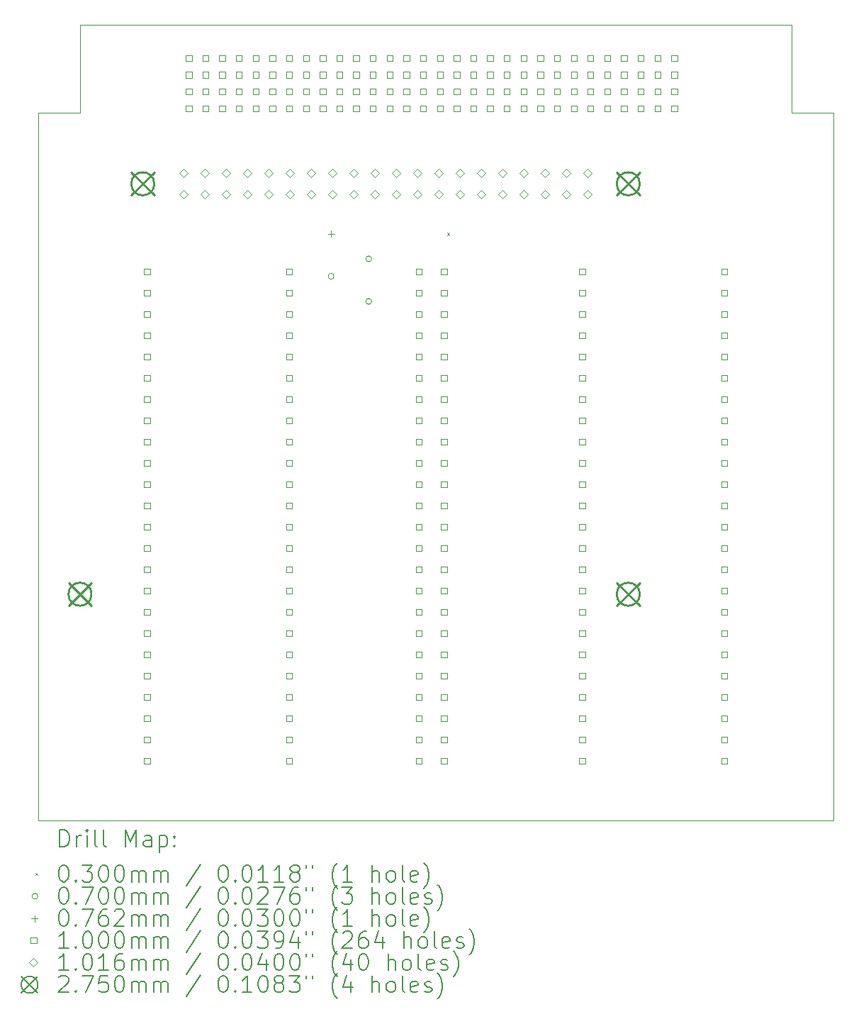
<source format=gbr>
%TF.GenerationSoftware,KiCad,Pcbnew,8.0.0*%
%TF.CreationDate,2025-01-10T02:25:18+02:00*%
%TF.ProjectId,diplomna_2024_pcb_layout,6469706c-6f6d-46e6-915f-323032345f70,rev?*%
%TF.SameCoordinates,Original*%
%TF.FileFunction,Drillmap*%
%TF.FilePolarity,Positive*%
%FSLAX45Y45*%
G04 Gerber Fmt 4.5, Leading zero omitted, Abs format (unit mm)*
G04 Created by KiCad (PCBNEW 8.0.0) date 2025-01-10 02:25:18*
%MOMM*%
%LPD*%
G01*
G04 APERTURE LIST*
%ADD10C,0.050000*%
%ADD11C,0.200000*%
%ADD12C,0.100000*%
%ADD13C,0.101600*%
%ADD14C,0.275000*%
G04 APERTURE END LIST*
D10*
X15600000Y-6100000D02*
X16100000Y-6100000D01*
X25100000Y-14550000D02*
X15600000Y-14550000D01*
X24600000Y-6100000D02*
X25100000Y-6100000D01*
X24600000Y-5050000D02*
X24600000Y-6100000D01*
X16100000Y-5050000D02*
X24600000Y-5050000D01*
X16100000Y-6100000D02*
X16100000Y-5050000D01*
X25100000Y-6100000D02*
X25100000Y-14550000D01*
X15600000Y-14550000D02*
X15600000Y-6100000D01*
D11*
D12*
X20485000Y-7535000D02*
X20515000Y-7565000D01*
X20515000Y-7535000D02*
X20485000Y-7565000D01*
X19135000Y-8054000D02*
G75*
G02*
X19065000Y-8054000I-35000J0D01*
G01*
X19065000Y-8054000D02*
G75*
G02*
X19135000Y-8054000I35000J0D01*
G01*
X19585000Y-7846000D02*
G75*
G02*
X19515000Y-7846000I-35000J0D01*
G01*
X19515000Y-7846000D02*
G75*
G02*
X19585000Y-7846000I35000J0D01*
G01*
X19585000Y-8354000D02*
G75*
G02*
X19515000Y-8354000I-35000J0D01*
G01*
X19515000Y-8354000D02*
G75*
G02*
X19585000Y-8354000I35000J0D01*
G01*
X19100000Y-7507900D02*
X19100000Y-7584100D01*
X19061900Y-7546000D02*
X19138100Y-7546000D01*
X16935356Y-8033356D02*
X16935356Y-7962644D01*
X16864644Y-7962644D01*
X16864644Y-8033356D01*
X16935356Y-8033356D01*
X16935356Y-8287356D02*
X16935356Y-8216644D01*
X16864644Y-8216644D01*
X16864644Y-8287356D01*
X16935356Y-8287356D01*
X16935356Y-8541356D02*
X16935356Y-8470644D01*
X16864644Y-8470644D01*
X16864644Y-8541356D01*
X16935356Y-8541356D01*
X16935356Y-8795356D02*
X16935356Y-8724644D01*
X16864644Y-8724644D01*
X16864644Y-8795356D01*
X16935356Y-8795356D01*
X16935356Y-9049356D02*
X16935356Y-8978644D01*
X16864644Y-8978644D01*
X16864644Y-9049356D01*
X16935356Y-9049356D01*
X16935356Y-9303356D02*
X16935356Y-9232644D01*
X16864644Y-9232644D01*
X16864644Y-9303356D01*
X16935356Y-9303356D01*
X16935356Y-9557356D02*
X16935356Y-9486644D01*
X16864644Y-9486644D01*
X16864644Y-9557356D01*
X16935356Y-9557356D01*
X16935356Y-9811356D02*
X16935356Y-9740644D01*
X16864644Y-9740644D01*
X16864644Y-9811356D01*
X16935356Y-9811356D01*
X16935356Y-10065356D02*
X16935356Y-9994644D01*
X16864644Y-9994644D01*
X16864644Y-10065356D01*
X16935356Y-10065356D01*
X16935356Y-10319356D02*
X16935356Y-10248644D01*
X16864644Y-10248644D01*
X16864644Y-10319356D01*
X16935356Y-10319356D01*
X16935356Y-10573356D02*
X16935356Y-10502644D01*
X16864644Y-10502644D01*
X16864644Y-10573356D01*
X16935356Y-10573356D01*
X16935356Y-10827356D02*
X16935356Y-10756644D01*
X16864644Y-10756644D01*
X16864644Y-10827356D01*
X16935356Y-10827356D01*
X16935356Y-11081356D02*
X16935356Y-11010644D01*
X16864644Y-11010644D01*
X16864644Y-11081356D01*
X16935356Y-11081356D01*
X16935356Y-11335356D02*
X16935356Y-11264644D01*
X16864644Y-11264644D01*
X16864644Y-11335356D01*
X16935356Y-11335356D01*
X16935356Y-11589356D02*
X16935356Y-11518644D01*
X16864644Y-11518644D01*
X16864644Y-11589356D01*
X16935356Y-11589356D01*
X16935356Y-11843356D02*
X16935356Y-11772644D01*
X16864644Y-11772644D01*
X16864644Y-11843356D01*
X16935356Y-11843356D01*
X16935356Y-12097356D02*
X16935356Y-12026644D01*
X16864644Y-12026644D01*
X16864644Y-12097356D01*
X16935356Y-12097356D01*
X16935356Y-12351356D02*
X16935356Y-12280644D01*
X16864644Y-12280644D01*
X16864644Y-12351356D01*
X16935356Y-12351356D01*
X16935356Y-12605356D02*
X16935356Y-12534644D01*
X16864644Y-12534644D01*
X16864644Y-12605356D01*
X16935356Y-12605356D01*
X16935356Y-12859356D02*
X16935356Y-12788644D01*
X16864644Y-12788644D01*
X16864644Y-12859356D01*
X16935356Y-12859356D01*
X16935356Y-13113356D02*
X16935356Y-13042644D01*
X16864644Y-13042644D01*
X16864644Y-13113356D01*
X16935356Y-13113356D01*
X16935356Y-13367356D02*
X16935356Y-13296644D01*
X16864644Y-13296644D01*
X16864644Y-13367356D01*
X16935356Y-13367356D01*
X16935356Y-13621356D02*
X16935356Y-13550644D01*
X16864644Y-13550644D01*
X16864644Y-13621356D01*
X16935356Y-13621356D01*
X16935356Y-13875356D02*
X16935356Y-13804644D01*
X16864644Y-13804644D01*
X16864644Y-13875356D01*
X16935356Y-13875356D01*
X17435356Y-5485356D02*
X17435356Y-5414644D01*
X17364644Y-5414644D01*
X17364644Y-5485356D01*
X17435356Y-5485356D01*
X17435356Y-5685356D02*
X17435356Y-5614644D01*
X17364644Y-5614644D01*
X17364644Y-5685356D01*
X17435356Y-5685356D01*
X17435356Y-5885356D02*
X17435356Y-5814644D01*
X17364644Y-5814644D01*
X17364644Y-5885356D01*
X17435356Y-5885356D01*
X17435356Y-6085356D02*
X17435356Y-6014644D01*
X17364644Y-6014644D01*
X17364644Y-6085356D01*
X17435356Y-6085356D01*
X17635356Y-5485356D02*
X17635356Y-5414644D01*
X17564644Y-5414644D01*
X17564644Y-5485356D01*
X17635356Y-5485356D01*
X17635356Y-5685356D02*
X17635356Y-5614644D01*
X17564644Y-5614644D01*
X17564644Y-5685356D01*
X17635356Y-5685356D01*
X17635356Y-5885356D02*
X17635356Y-5814644D01*
X17564644Y-5814644D01*
X17564644Y-5885356D01*
X17635356Y-5885356D01*
X17635356Y-6085356D02*
X17635356Y-6014644D01*
X17564644Y-6014644D01*
X17564644Y-6085356D01*
X17635356Y-6085356D01*
X17835356Y-5485356D02*
X17835356Y-5414644D01*
X17764644Y-5414644D01*
X17764644Y-5485356D01*
X17835356Y-5485356D01*
X17835356Y-5685356D02*
X17835356Y-5614644D01*
X17764644Y-5614644D01*
X17764644Y-5685356D01*
X17835356Y-5685356D01*
X17835356Y-5885356D02*
X17835356Y-5814644D01*
X17764644Y-5814644D01*
X17764644Y-5885356D01*
X17835356Y-5885356D01*
X17835356Y-6085356D02*
X17835356Y-6014644D01*
X17764644Y-6014644D01*
X17764644Y-6085356D01*
X17835356Y-6085356D01*
X18035356Y-5485356D02*
X18035356Y-5414644D01*
X17964644Y-5414644D01*
X17964644Y-5485356D01*
X18035356Y-5485356D01*
X18035356Y-5685356D02*
X18035356Y-5614644D01*
X17964644Y-5614644D01*
X17964644Y-5685356D01*
X18035356Y-5685356D01*
X18035356Y-5885356D02*
X18035356Y-5814644D01*
X17964644Y-5814644D01*
X17964644Y-5885356D01*
X18035356Y-5885356D01*
X18035356Y-6085356D02*
X18035356Y-6014644D01*
X17964644Y-6014644D01*
X17964644Y-6085356D01*
X18035356Y-6085356D01*
X18235356Y-5485356D02*
X18235356Y-5414644D01*
X18164644Y-5414644D01*
X18164644Y-5485356D01*
X18235356Y-5485356D01*
X18235356Y-5685356D02*
X18235356Y-5614644D01*
X18164644Y-5614644D01*
X18164644Y-5685356D01*
X18235356Y-5685356D01*
X18235356Y-5885356D02*
X18235356Y-5814644D01*
X18164644Y-5814644D01*
X18164644Y-5885356D01*
X18235356Y-5885356D01*
X18235356Y-6085356D02*
X18235356Y-6014644D01*
X18164644Y-6014644D01*
X18164644Y-6085356D01*
X18235356Y-6085356D01*
X18435356Y-5485356D02*
X18435356Y-5414644D01*
X18364644Y-5414644D01*
X18364644Y-5485356D01*
X18435356Y-5485356D01*
X18435356Y-5685356D02*
X18435356Y-5614644D01*
X18364644Y-5614644D01*
X18364644Y-5685356D01*
X18435356Y-5685356D01*
X18435356Y-5885356D02*
X18435356Y-5814644D01*
X18364644Y-5814644D01*
X18364644Y-5885356D01*
X18435356Y-5885356D01*
X18435356Y-6085356D02*
X18435356Y-6014644D01*
X18364644Y-6014644D01*
X18364644Y-6085356D01*
X18435356Y-6085356D01*
X18635356Y-5485356D02*
X18635356Y-5414644D01*
X18564644Y-5414644D01*
X18564644Y-5485356D01*
X18635356Y-5485356D01*
X18635356Y-5685356D02*
X18635356Y-5614644D01*
X18564644Y-5614644D01*
X18564644Y-5685356D01*
X18635356Y-5685356D01*
X18635356Y-5885356D02*
X18635356Y-5814644D01*
X18564644Y-5814644D01*
X18564644Y-5885356D01*
X18635356Y-5885356D01*
X18635356Y-6085356D02*
X18635356Y-6014644D01*
X18564644Y-6014644D01*
X18564644Y-6085356D01*
X18635356Y-6085356D01*
X18635356Y-8033356D02*
X18635356Y-7962644D01*
X18564644Y-7962644D01*
X18564644Y-8033356D01*
X18635356Y-8033356D01*
X18635356Y-8287356D02*
X18635356Y-8216644D01*
X18564644Y-8216644D01*
X18564644Y-8287356D01*
X18635356Y-8287356D01*
X18635356Y-8541356D02*
X18635356Y-8470644D01*
X18564644Y-8470644D01*
X18564644Y-8541356D01*
X18635356Y-8541356D01*
X18635356Y-8795356D02*
X18635356Y-8724644D01*
X18564644Y-8724644D01*
X18564644Y-8795356D01*
X18635356Y-8795356D01*
X18635356Y-9049356D02*
X18635356Y-8978644D01*
X18564644Y-8978644D01*
X18564644Y-9049356D01*
X18635356Y-9049356D01*
X18635356Y-9303356D02*
X18635356Y-9232644D01*
X18564644Y-9232644D01*
X18564644Y-9303356D01*
X18635356Y-9303356D01*
X18635356Y-9557356D02*
X18635356Y-9486644D01*
X18564644Y-9486644D01*
X18564644Y-9557356D01*
X18635356Y-9557356D01*
X18635356Y-9811356D02*
X18635356Y-9740644D01*
X18564644Y-9740644D01*
X18564644Y-9811356D01*
X18635356Y-9811356D01*
X18635356Y-10065356D02*
X18635356Y-9994644D01*
X18564644Y-9994644D01*
X18564644Y-10065356D01*
X18635356Y-10065356D01*
X18635356Y-10319356D02*
X18635356Y-10248644D01*
X18564644Y-10248644D01*
X18564644Y-10319356D01*
X18635356Y-10319356D01*
X18635356Y-10573356D02*
X18635356Y-10502644D01*
X18564644Y-10502644D01*
X18564644Y-10573356D01*
X18635356Y-10573356D01*
X18635356Y-10827356D02*
X18635356Y-10756644D01*
X18564644Y-10756644D01*
X18564644Y-10827356D01*
X18635356Y-10827356D01*
X18635356Y-11081356D02*
X18635356Y-11010644D01*
X18564644Y-11010644D01*
X18564644Y-11081356D01*
X18635356Y-11081356D01*
X18635356Y-11335356D02*
X18635356Y-11264644D01*
X18564644Y-11264644D01*
X18564644Y-11335356D01*
X18635356Y-11335356D01*
X18635356Y-11589356D02*
X18635356Y-11518644D01*
X18564644Y-11518644D01*
X18564644Y-11589356D01*
X18635356Y-11589356D01*
X18635356Y-11843356D02*
X18635356Y-11772644D01*
X18564644Y-11772644D01*
X18564644Y-11843356D01*
X18635356Y-11843356D01*
X18635356Y-12097356D02*
X18635356Y-12026644D01*
X18564644Y-12026644D01*
X18564644Y-12097356D01*
X18635356Y-12097356D01*
X18635356Y-12351356D02*
X18635356Y-12280644D01*
X18564644Y-12280644D01*
X18564644Y-12351356D01*
X18635356Y-12351356D01*
X18635356Y-12605356D02*
X18635356Y-12534644D01*
X18564644Y-12534644D01*
X18564644Y-12605356D01*
X18635356Y-12605356D01*
X18635356Y-12859356D02*
X18635356Y-12788644D01*
X18564644Y-12788644D01*
X18564644Y-12859356D01*
X18635356Y-12859356D01*
X18635356Y-13113356D02*
X18635356Y-13042644D01*
X18564644Y-13042644D01*
X18564644Y-13113356D01*
X18635356Y-13113356D01*
X18635356Y-13367356D02*
X18635356Y-13296644D01*
X18564644Y-13296644D01*
X18564644Y-13367356D01*
X18635356Y-13367356D01*
X18635356Y-13621356D02*
X18635356Y-13550644D01*
X18564644Y-13550644D01*
X18564644Y-13621356D01*
X18635356Y-13621356D01*
X18635356Y-13875356D02*
X18635356Y-13804644D01*
X18564644Y-13804644D01*
X18564644Y-13875356D01*
X18635356Y-13875356D01*
X18835356Y-5485356D02*
X18835356Y-5414644D01*
X18764644Y-5414644D01*
X18764644Y-5485356D01*
X18835356Y-5485356D01*
X18835356Y-5685356D02*
X18835356Y-5614644D01*
X18764644Y-5614644D01*
X18764644Y-5685356D01*
X18835356Y-5685356D01*
X18835356Y-5885356D02*
X18835356Y-5814644D01*
X18764644Y-5814644D01*
X18764644Y-5885356D01*
X18835356Y-5885356D01*
X18835356Y-6085356D02*
X18835356Y-6014644D01*
X18764644Y-6014644D01*
X18764644Y-6085356D01*
X18835356Y-6085356D01*
X19035356Y-5485356D02*
X19035356Y-5414644D01*
X18964644Y-5414644D01*
X18964644Y-5485356D01*
X19035356Y-5485356D01*
X19035356Y-5685356D02*
X19035356Y-5614644D01*
X18964644Y-5614644D01*
X18964644Y-5685356D01*
X19035356Y-5685356D01*
X19035356Y-5885356D02*
X19035356Y-5814644D01*
X18964644Y-5814644D01*
X18964644Y-5885356D01*
X19035356Y-5885356D01*
X19035356Y-6085356D02*
X19035356Y-6014644D01*
X18964644Y-6014644D01*
X18964644Y-6085356D01*
X19035356Y-6085356D01*
X19235356Y-5485356D02*
X19235356Y-5414644D01*
X19164644Y-5414644D01*
X19164644Y-5485356D01*
X19235356Y-5485356D01*
X19235356Y-5685356D02*
X19235356Y-5614644D01*
X19164644Y-5614644D01*
X19164644Y-5685356D01*
X19235356Y-5685356D01*
X19235356Y-5885356D02*
X19235356Y-5814644D01*
X19164644Y-5814644D01*
X19164644Y-5885356D01*
X19235356Y-5885356D01*
X19235356Y-6085356D02*
X19235356Y-6014644D01*
X19164644Y-6014644D01*
X19164644Y-6085356D01*
X19235356Y-6085356D01*
X19435356Y-5485356D02*
X19435356Y-5414644D01*
X19364644Y-5414644D01*
X19364644Y-5485356D01*
X19435356Y-5485356D01*
X19435356Y-5685356D02*
X19435356Y-5614644D01*
X19364644Y-5614644D01*
X19364644Y-5685356D01*
X19435356Y-5685356D01*
X19435356Y-5885356D02*
X19435356Y-5814644D01*
X19364644Y-5814644D01*
X19364644Y-5885356D01*
X19435356Y-5885356D01*
X19435356Y-6085356D02*
X19435356Y-6014644D01*
X19364644Y-6014644D01*
X19364644Y-6085356D01*
X19435356Y-6085356D01*
X19635356Y-5485356D02*
X19635356Y-5414644D01*
X19564644Y-5414644D01*
X19564644Y-5485356D01*
X19635356Y-5485356D01*
X19635356Y-5685356D02*
X19635356Y-5614644D01*
X19564644Y-5614644D01*
X19564644Y-5685356D01*
X19635356Y-5685356D01*
X19635356Y-5885356D02*
X19635356Y-5814644D01*
X19564644Y-5814644D01*
X19564644Y-5885356D01*
X19635356Y-5885356D01*
X19635356Y-6085356D02*
X19635356Y-6014644D01*
X19564644Y-6014644D01*
X19564644Y-6085356D01*
X19635356Y-6085356D01*
X19835356Y-5485356D02*
X19835356Y-5414644D01*
X19764644Y-5414644D01*
X19764644Y-5485356D01*
X19835356Y-5485356D01*
X19835356Y-5685356D02*
X19835356Y-5614644D01*
X19764644Y-5614644D01*
X19764644Y-5685356D01*
X19835356Y-5685356D01*
X19835356Y-5885356D02*
X19835356Y-5814644D01*
X19764644Y-5814644D01*
X19764644Y-5885356D01*
X19835356Y-5885356D01*
X19835356Y-6085356D02*
X19835356Y-6014644D01*
X19764644Y-6014644D01*
X19764644Y-6085356D01*
X19835356Y-6085356D01*
X20035356Y-5485356D02*
X20035356Y-5414644D01*
X19964644Y-5414644D01*
X19964644Y-5485356D01*
X20035356Y-5485356D01*
X20035356Y-5685356D02*
X20035356Y-5614644D01*
X19964644Y-5614644D01*
X19964644Y-5685356D01*
X20035356Y-5685356D01*
X20035356Y-5885356D02*
X20035356Y-5814644D01*
X19964644Y-5814644D01*
X19964644Y-5885356D01*
X20035356Y-5885356D01*
X20035356Y-6085356D02*
X20035356Y-6014644D01*
X19964644Y-6014644D01*
X19964644Y-6085356D01*
X20035356Y-6085356D01*
X20185356Y-8033356D02*
X20185356Y-7962644D01*
X20114644Y-7962644D01*
X20114644Y-8033356D01*
X20185356Y-8033356D01*
X20185356Y-8287356D02*
X20185356Y-8216644D01*
X20114644Y-8216644D01*
X20114644Y-8287356D01*
X20185356Y-8287356D01*
X20185356Y-8541356D02*
X20185356Y-8470644D01*
X20114644Y-8470644D01*
X20114644Y-8541356D01*
X20185356Y-8541356D01*
X20185356Y-8795356D02*
X20185356Y-8724644D01*
X20114644Y-8724644D01*
X20114644Y-8795356D01*
X20185356Y-8795356D01*
X20185356Y-9049356D02*
X20185356Y-8978644D01*
X20114644Y-8978644D01*
X20114644Y-9049356D01*
X20185356Y-9049356D01*
X20185356Y-9303356D02*
X20185356Y-9232644D01*
X20114644Y-9232644D01*
X20114644Y-9303356D01*
X20185356Y-9303356D01*
X20185356Y-9557356D02*
X20185356Y-9486644D01*
X20114644Y-9486644D01*
X20114644Y-9557356D01*
X20185356Y-9557356D01*
X20185356Y-9811356D02*
X20185356Y-9740644D01*
X20114644Y-9740644D01*
X20114644Y-9811356D01*
X20185356Y-9811356D01*
X20185356Y-10065356D02*
X20185356Y-9994644D01*
X20114644Y-9994644D01*
X20114644Y-10065356D01*
X20185356Y-10065356D01*
X20185356Y-10319356D02*
X20185356Y-10248644D01*
X20114644Y-10248644D01*
X20114644Y-10319356D01*
X20185356Y-10319356D01*
X20185356Y-10573356D02*
X20185356Y-10502644D01*
X20114644Y-10502644D01*
X20114644Y-10573356D01*
X20185356Y-10573356D01*
X20185356Y-10827356D02*
X20185356Y-10756644D01*
X20114644Y-10756644D01*
X20114644Y-10827356D01*
X20185356Y-10827356D01*
X20185356Y-11081356D02*
X20185356Y-11010644D01*
X20114644Y-11010644D01*
X20114644Y-11081356D01*
X20185356Y-11081356D01*
X20185356Y-11335356D02*
X20185356Y-11264644D01*
X20114644Y-11264644D01*
X20114644Y-11335356D01*
X20185356Y-11335356D01*
X20185356Y-11589356D02*
X20185356Y-11518644D01*
X20114644Y-11518644D01*
X20114644Y-11589356D01*
X20185356Y-11589356D01*
X20185356Y-11843356D02*
X20185356Y-11772644D01*
X20114644Y-11772644D01*
X20114644Y-11843356D01*
X20185356Y-11843356D01*
X20185356Y-12097356D02*
X20185356Y-12026644D01*
X20114644Y-12026644D01*
X20114644Y-12097356D01*
X20185356Y-12097356D01*
X20185356Y-12351356D02*
X20185356Y-12280644D01*
X20114644Y-12280644D01*
X20114644Y-12351356D01*
X20185356Y-12351356D01*
X20185356Y-12605356D02*
X20185356Y-12534644D01*
X20114644Y-12534644D01*
X20114644Y-12605356D01*
X20185356Y-12605356D01*
X20185356Y-12859356D02*
X20185356Y-12788644D01*
X20114644Y-12788644D01*
X20114644Y-12859356D01*
X20185356Y-12859356D01*
X20185356Y-13113356D02*
X20185356Y-13042644D01*
X20114644Y-13042644D01*
X20114644Y-13113356D01*
X20185356Y-13113356D01*
X20185356Y-13367356D02*
X20185356Y-13296644D01*
X20114644Y-13296644D01*
X20114644Y-13367356D01*
X20185356Y-13367356D01*
X20185356Y-13621356D02*
X20185356Y-13550644D01*
X20114644Y-13550644D01*
X20114644Y-13621356D01*
X20185356Y-13621356D01*
X20185356Y-13875356D02*
X20185356Y-13804644D01*
X20114644Y-13804644D01*
X20114644Y-13875356D01*
X20185356Y-13875356D01*
X20235356Y-5485356D02*
X20235356Y-5414644D01*
X20164644Y-5414644D01*
X20164644Y-5485356D01*
X20235356Y-5485356D01*
X20235356Y-5685356D02*
X20235356Y-5614644D01*
X20164644Y-5614644D01*
X20164644Y-5685356D01*
X20235356Y-5685356D01*
X20235356Y-5885356D02*
X20235356Y-5814644D01*
X20164644Y-5814644D01*
X20164644Y-5885356D01*
X20235356Y-5885356D01*
X20235356Y-6085356D02*
X20235356Y-6014644D01*
X20164644Y-6014644D01*
X20164644Y-6085356D01*
X20235356Y-6085356D01*
X20435356Y-5485356D02*
X20435356Y-5414644D01*
X20364644Y-5414644D01*
X20364644Y-5485356D01*
X20435356Y-5485356D01*
X20435356Y-5685356D02*
X20435356Y-5614644D01*
X20364644Y-5614644D01*
X20364644Y-5685356D01*
X20435356Y-5685356D01*
X20435356Y-5885356D02*
X20435356Y-5814644D01*
X20364644Y-5814644D01*
X20364644Y-5885356D01*
X20435356Y-5885356D01*
X20435356Y-6085356D02*
X20435356Y-6014644D01*
X20364644Y-6014644D01*
X20364644Y-6085356D01*
X20435356Y-6085356D01*
X20485356Y-8033356D02*
X20485356Y-7962644D01*
X20414644Y-7962644D01*
X20414644Y-8033356D01*
X20485356Y-8033356D01*
X20485356Y-8287356D02*
X20485356Y-8216644D01*
X20414644Y-8216644D01*
X20414644Y-8287356D01*
X20485356Y-8287356D01*
X20485356Y-8541356D02*
X20485356Y-8470644D01*
X20414644Y-8470644D01*
X20414644Y-8541356D01*
X20485356Y-8541356D01*
X20485356Y-8795356D02*
X20485356Y-8724644D01*
X20414644Y-8724644D01*
X20414644Y-8795356D01*
X20485356Y-8795356D01*
X20485356Y-9049356D02*
X20485356Y-8978644D01*
X20414644Y-8978644D01*
X20414644Y-9049356D01*
X20485356Y-9049356D01*
X20485356Y-9303356D02*
X20485356Y-9232644D01*
X20414644Y-9232644D01*
X20414644Y-9303356D01*
X20485356Y-9303356D01*
X20485356Y-9557356D02*
X20485356Y-9486644D01*
X20414644Y-9486644D01*
X20414644Y-9557356D01*
X20485356Y-9557356D01*
X20485356Y-9811356D02*
X20485356Y-9740644D01*
X20414644Y-9740644D01*
X20414644Y-9811356D01*
X20485356Y-9811356D01*
X20485356Y-10065356D02*
X20485356Y-9994644D01*
X20414644Y-9994644D01*
X20414644Y-10065356D01*
X20485356Y-10065356D01*
X20485356Y-10319356D02*
X20485356Y-10248644D01*
X20414644Y-10248644D01*
X20414644Y-10319356D01*
X20485356Y-10319356D01*
X20485356Y-10573356D02*
X20485356Y-10502644D01*
X20414644Y-10502644D01*
X20414644Y-10573356D01*
X20485356Y-10573356D01*
X20485356Y-10827356D02*
X20485356Y-10756644D01*
X20414644Y-10756644D01*
X20414644Y-10827356D01*
X20485356Y-10827356D01*
X20485356Y-11081356D02*
X20485356Y-11010644D01*
X20414644Y-11010644D01*
X20414644Y-11081356D01*
X20485356Y-11081356D01*
X20485356Y-11335356D02*
X20485356Y-11264644D01*
X20414644Y-11264644D01*
X20414644Y-11335356D01*
X20485356Y-11335356D01*
X20485356Y-11589356D02*
X20485356Y-11518644D01*
X20414644Y-11518644D01*
X20414644Y-11589356D01*
X20485356Y-11589356D01*
X20485356Y-11843356D02*
X20485356Y-11772644D01*
X20414644Y-11772644D01*
X20414644Y-11843356D01*
X20485356Y-11843356D01*
X20485356Y-12097356D02*
X20485356Y-12026644D01*
X20414644Y-12026644D01*
X20414644Y-12097356D01*
X20485356Y-12097356D01*
X20485356Y-12351356D02*
X20485356Y-12280644D01*
X20414644Y-12280644D01*
X20414644Y-12351356D01*
X20485356Y-12351356D01*
X20485356Y-12605356D02*
X20485356Y-12534644D01*
X20414644Y-12534644D01*
X20414644Y-12605356D01*
X20485356Y-12605356D01*
X20485356Y-12859356D02*
X20485356Y-12788644D01*
X20414644Y-12788644D01*
X20414644Y-12859356D01*
X20485356Y-12859356D01*
X20485356Y-13113356D02*
X20485356Y-13042644D01*
X20414644Y-13042644D01*
X20414644Y-13113356D01*
X20485356Y-13113356D01*
X20485356Y-13367356D02*
X20485356Y-13296644D01*
X20414644Y-13296644D01*
X20414644Y-13367356D01*
X20485356Y-13367356D01*
X20485356Y-13621356D02*
X20485356Y-13550644D01*
X20414644Y-13550644D01*
X20414644Y-13621356D01*
X20485356Y-13621356D01*
X20485356Y-13875356D02*
X20485356Y-13804644D01*
X20414644Y-13804644D01*
X20414644Y-13875356D01*
X20485356Y-13875356D01*
X20635356Y-5485356D02*
X20635356Y-5414644D01*
X20564644Y-5414644D01*
X20564644Y-5485356D01*
X20635356Y-5485356D01*
X20635356Y-5685356D02*
X20635356Y-5614644D01*
X20564644Y-5614644D01*
X20564644Y-5685356D01*
X20635356Y-5685356D01*
X20635356Y-5885356D02*
X20635356Y-5814644D01*
X20564644Y-5814644D01*
X20564644Y-5885356D01*
X20635356Y-5885356D01*
X20635356Y-6085356D02*
X20635356Y-6014644D01*
X20564644Y-6014644D01*
X20564644Y-6085356D01*
X20635356Y-6085356D01*
X20835356Y-5485356D02*
X20835356Y-5414644D01*
X20764644Y-5414644D01*
X20764644Y-5485356D01*
X20835356Y-5485356D01*
X20835356Y-5685356D02*
X20835356Y-5614644D01*
X20764644Y-5614644D01*
X20764644Y-5685356D01*
X20835356Y-5685356D01*
X20835356Y-5885356D02*
X20835356Y-5814644D01*
X20764644Y-5814644D01*
X20764644Y-5885356D01*
X20835356Y-5885356D01*
X20835356Y-6085356D02*
X20835356Y-6014644D01*
X20764644Y-6014644D01*
X20764644Y-6085356D01*
X20835356Y-6085356D01*
X21035356Y-5485356D02*
X21035356Y-5414644D01*
X20964644Y-5414644D01*
X20964644Y-5485356D01*
X21035356Y-5485356D01*
X21035356Y-5685356D02*
X21035356Y-5614644D01*
X20964644Y-5614644D01*
X20964644Y-5685356D01*
X21035356Y-5685356D01*
X21035356Y-5885356D02*
X21035356Y-5814644D01*
X20964644Y-5814644D01*
X20964644Y-5885356D01*
X21035356Y-5885356D01*
X21035356Y-6085356D02*
X21035356Y-6014644D01*
X20964644Y-6014644D01*
X20964644Y-6085356D01*
X21035356Y-6085356D01*
X21235356Y-5485356D02*
X21235356Y-5414644D01*
X21164644Y-5414644D01*
X21164644Y-5485356D01*
X21235356Y-5485356D01*
X21235356Y-5685356D02*
X21235356Y-5614644D01*
X21164644Y-5614644D01*
X21164644Y-5685356D01*
X21235356Y-5685356D01*
X21235356Y-5885356D02*
X21235356Y-5814644D01*
X21164644Y-5814644D01*
X21164644Y-5885356D01*
X21235356Y-5885356D01*
X21235356Y-6085356D02*
X21235356Y-6014644D01*
X21164644Y-6014644D01*
X21164644Y-6085356D01*
X21235356Y-6085356D01*
X21435356Y-5485356D02*
X21435356Y-5414644D01*
X21364644Y-5414644D01*
X21364644Y-5485356D01*
X21435356Y-5485356D01*
X21435356Y-5685356D02*
X21435356Y-5614644D01*
X21364644Y-5614644D01*
X21364644Y-5685356D01*
X21435356Y-5685356D01*
X21435356Y-5885356D02*
X21435356Y-5814644D01*
X21364644Y-5814644D01*
X21364644Y-5885356D01*
X21435356Y-5885356D01*
X21435356Y-6085356D02*
X21435356Y-6014644D01*
X21364644Y-6014644D01*
X21364644Y-6085356D01*
X21435356Y-6085356D01*
X21635356Y-5485356D02*
X21635356Y-5414644D01*
X21564644Y-5414644D01*
X21564644Y-5485356D01*
X21635356Y-5485356D01*
X21635356Y-5685356D02*
X21635356Y-5614644D01*
X21564644Y-5614644D01*
X21564644Y-5685356D01*
X21635356Y-5685356D01*
X21635356Y-5885356D02*
X21635356Y-5814644D01*
X21564644Y-5814644D01*
X21564644Y-5885356D01*
X21635356Y-5885356D01*
X21635356Y-6085356D02*
X21635356Y-6014644D01*
X21564644Y-6014644D01*
X21564644Y-6085356D01*
X21635356Y-6085356D01*
X21835356Y-5485356D02*
X21835356Y-5414644D01*
X21764644Y-5414644D01*
X21764644Y-5485356D01*
X21835356Y-5485356D01*
X21835356Y-5685356D02*
X21835356Y-5614644D01*
X21764644Y-5614644D01*
X21764644Y-5685356D01*
X21835356Y-5685356D01*
X21835356Y-5885356D02*
X21835356Y-5814644D01*
X21764644Y-5814644D01*
X21764644Y-5885356D01*
X21835356Y-5885356D01*
X21835356Y-6085356D02*
X21835356Y-6014644D01*
X21764644Y-6014644D01*
X21764644Y-6085356D01*
X21835356Y-6085356D01*
X22035356Y-5485356D02*
X22035356Y-5414644D01*
X21964644Y-5414644D01*
X21964644Y-5485356D01*
X22035356Y-5485356D01*
X22035356Y-5685356D02*
X22035356Y-5614644D01*
X21964644Y-5614644D01*
X21964644Y-5685356D01*
X22035356Y-5685356D01*
X22035356Y-5885356D02*
X22035356Y-5814644D01*
X21964644Y-5814644D01*
X21964644Y-5885356D01*
X22035356Y-5885356D01*
X22035356Y-6085356D02*
X22035356Y-6014644D01*
X21964644Y-6014644D01*
X21964644Y-6085356D01*
X22035356Y-6085356D01*
X22135356Y-8033356D02*
X22135356Y-7962644D01*
X22064644Y-7962644D01*
X22064644Y-8033356D01*
X22135356Y-8033356D01*
X22135356Y-8287356D02*
X22135356Y-8216644D01*
X22064644Y-8216644D01*
X22064644Y-8287356D01*
X22135356Y-8287356D01*
X22135356Y-8541356D02*
X22135356Y-8470644D01*
X22064644Y-8470644D01*
X22064644Y-8541356D01*
X22135356Y-8541356D01*
X22135356Y-8795356D02*
X22135356Y-8724644D01*
X22064644Y-8724644D01*
X22064644Y-8795356D01*
X22135356Y-8795356D01*
X22135356Y-9049356D02*
X22135356Y-8978644D01*
X22064644Y-8978644D01*
X22064644Y-9049356D01*
X22135356Y-9049356D01*
X22135356Y-9303356D02*
X22135356Y-9232644D01*
X22064644Y-9232644D01*
X22064644Y-9303356D01*
X22135356Y-9303356D01*
X22135356Y-9557356D02*
X22135356Y-9486644D01*
X22064644Y-9486644D01*
X22064644Y-9557356D01*
X22135356Y-9557356D01*
X22135356Y-9811356D02*
X22135356Y-9740644D01*
X22064644Y-9740644D01*
X22064644Y-9811356D01*
X22135356Y-9811356D01*
X22135356Y-10065356D02*
X22135356Y-9994644D01*
X22064644Y-9994644D01*
X22064644Y-10065356D01*
X22135356Y-10065356D01*
X22135356Y-10319356D02*
X22135356Y-10248644D01*
X22064644Y-10248644D01*
X22064644Y-10319356D01*
X22135356Y-10319356D01*
X22135356Y-10573356D02*
X22135356Y-10502644D01*
X22064644Y-10502644D01*
X22064644Y-10573356D01*
X22135356Y-10573356D01*
X22135356Y-10827356D02*
X22135356Y-10756644D01*
X22064644Y-10756644D01*
X22064644Y-10827356D01*
X22135356Y-10827356D01*
X22135356Y-11081356D02*
X22135356Y-11010644D01*
X22064644Y-11010644D01*
X22064644Y-11081356D01*
X22135356Y-11081356D01*
X22135356Y-11335356D02*
X22135356Y-11264644D01*
X22064644Y-11264644D01*
X22064644Y-11335356D01*
X22135356Y-11335356D01*
X22135356Y-11589356D02*
X22135356Y-11518644D01*
X22064644Y-11518644D01*
X22064644Y-11589356D01*
X22135356Y-11589356D01*
X22135356Y-11843356D02*
X22135356Y-11772644D01*
X22064644Y-11772644D01*
X22064644Y-11843356D01*
X22135356Y-11843356D01*
X22135356Y-12097356D02*
X22135356Y-12026644D01*
X22064644Y-12026644D01*
X22064644Y-12097356D01*
X22135356Y-12097356D01*
X22135356Y-12351356D02*
X22135356Y-12280644D01*
X22064644Y-12280644D01*
X22064644Y-12351356D01*
X22135356Y-12351356D01*
X22135356Y-12605356D02*
X22135356Y-12534644D01*
X22064644Y-12534644D01*
X22064644Y-12605356D01*
X22135356Y-12605356D01*
X22135356Y-12859356D02*
X22135356Y-12788644D01*
X22064644Y-12788644D01*
X22064644Y-12859356D01*
X22135356Y-12859356D01*
X22135356Y-13113356D02*
X22135356Y-13042644D01*
X22064644Y-13042644D01*
X22064644Y-13113356D01*
X22135356Y-13113356D01*
X22135356Y-13367356D02*
X22135356Y-13296644D01*
X22064644Y-13296644D01*
X22064644Y-13367356D01*
X22135356Y-13367356D01*
X22135356Y-13621356D02*
X22135356Y-13550644D01*
X22064644Y-13550644D01*
X22064644Y-13621356D01*
X22135356Y-13621356D01*
X22135356Y-13875356D02*
X22135356Y-13804644D01*
X22064644Y-13804644D01*
X22064644Y-13875356D01*
X22135356Y-13875356D01*
X22235356Y-5485356D02*
X22235356Y-5414644D01*
X22164644Y-5414644D01*
X22164644Y-5485356D01*
X22235356Y-5485356D01*
X22235356Y-5685356D02*
X22235356Y-5614644D01*
X22164644Y-5614644D01*
X22164644Y-5685356D01*
X22235356Y-5685356D01*
X22235356Y-5885356D02*
X22235356Y-5814644D01*
X22164644Y-5814644D01*
X22164644Y-5885356D01*
X22235356Y-5885356D01*
X22235356Y-6085356D02*
X22235356Y-6014644D01*
X22164644Y-6014644D01*
X22164644Y-6085356D01*
X22235356Y-6085356D01*
X22435356Y-5485356D02*
X22435356Y-5414644D01*
X22364644Y-5414644D01*
X22364644Y-5485356D01*
X22435356Y-5485356D01*
X22435356Y-5685356D02*
X22435356Y-5614644D01*
X22364644Y-5614644D01*
X22364644Y-5685356D01*
X22435356Y-5685356D01*
X22435356Y-5885356D02*
X22435356Y-5814644D01*
X22364644Y-5814644D01*
X22364644Y-5885356D01*
X22435356Y-5885356D01*
X22435356Y-6085356D02*
X22435356Y-6014644D01*
X22364644Y-6014644D01*
X22364644Y-6085356D01*
X22435356Y-6085356D01*
X22635356Y-5485356D02*
X22635356Y-5414644D01*
X22564644Y-5414644D01*
X22564644Y-5485356D01*
X22635356Y-5485356D01*
X22635356Y-5685356D02*
X22635356Y-5614644D01*
X22564644Y-5614644D01*
X22564644Y-5685356D01*
X22635356Y-5685356D01*
X22635356Y-5885356D02*
X22635356Y-5814644D01*
X22564644Y-5814644D01*
X22564644Y-5885356D01*
X22635356Y-5885356D01*
X22635356Y-6085356D02*
X22635356Y-6014644D01*
X22564644Y-6014644D01*
X22564644Y-6085356D01*
X22635356Y-6085356D01*
X22835356Y-5485356D02*
X22835356Y-5414644D01*
X22764644Y-5414644D01*
X22764644Y-5485356D01*
X22835356Y-5485356D01*
X22835356Y-5685356D02*
X22835356Y-5614644D01*
X22764644Y-5614644D01*
X22764644Y-5685356D01*
X22835356Y-5685356D01*
X22835356Y-5885356D02*
X22835356Y-5814644D01*
X22764644Y-5814644D01*
X22764644Y-5885356D01*
X22835356Y-5885356D01*
X22835356Y-6085356D02*
X22835356Y-6014644D01*
X22764644Y-6014644D01*
X22764644Y-6085356D01*
X22835356Y-6085356D01*
X23035356Y-5485356D02*
X23035356Y-5414644D01*
X22964644Y-5414644D01*
X22964644Y-5485356D01*
X23035356Y-5485356D01*
X23035356Y-5685356D02*
X23035356Y-5614644D01*
X22964644Y-5614644D01*
X22964644Y-5685356D01*
X23035356Y-5685356D01*
X23035356Y-5885356D02*
X23035356Y-5814644D01*
X22964644Y-5814644D01*
X22964644Y-5885356D01*
X23035356Y-5885356D01*
X23035356Y-6085356D02*
X23035356Y-6014644D01*
X22964644Y-6014644D01*
X22964644Y-6085356D01*
X23035356Y-6085356D01*
X23235356Y-5485356D02*
X23235356Y-5414644D01*
X23164644Y-5414644D01*
X23164644Y-5485356D01*
X23235356Y-5485356D01*
X23235356Y-5685356D02*
X23235356Y-5614644D01*
X23164644Y-5614644D01*
X23164644Y-5685356D01*
X23235356Y-5685356D01*
X23235356Y-5885356D02*
X23235356Y-5814644D01*
X23164644Y-5814644D01*
X23164644Y-5885356D01*
X23235356Y-5885356D01*
X23235356Y-6085356D02*
X23235356Y-6014644D01*
X23164644Y-6014644D01*
X23164644Y-6085356D01*
X23235356Y-6085356D01*
X23835356Y-8033356D02*
X23835356Y-7962644D01*
X23764644Y-7962644D01*
X23764644Y-8033356D01*
X23835356Y-8033356D01*
X23835356Y-8287356D02*
X23835356Y-8216644D01*
X23764644Y-8216644D01*
X23764644Y-8287356D01*
X23835356Y-8287356D01*
X23835356Y-8541356D02*
X23835356Y-8470644D01*
X23764644Y-8470644D01*
X23764644Y-8541356D01*
X23835356Y-8541356D01*
X23835356Y-8795356D02*
X23835356Y-8724644D01*
X23764644Y-8724644D01*
X23764644Y-8795356D01*
X23835356Y-8795356D01*
X23835356Y-9049356D02*
X23835356Y-8978644D01*
X23764644Y-8978644D01*
X23764644Y-9049356D01*
X23835356Y-9049356D01*
X23835356Y-9303356D02*
X23835356Y-9232644D01*
X23764644Y-9232644D01*
X23764644Y-9303356D01*
X23835356Y-9303356D01*
X23835356Y-9557356D02*
X23835356Y-9486644D01*
X23764644Y-9486644D01*
X23764644Y-9557356D01*
X23835356Y-9557356D01*
X23835356Y-9811356D02*
X23835356Y-9740644D01*
X23764644Y-9740644D01*
X23764644Y-9811356D01*
X23835356Y-9811356D01*
X23835356Y-10065356D02*
X23835356Y-9994644D01*
X23764644Y-9994644D01*
X23764644Y-10065356D01*
X23835356Y-10065356D01*
X23835356Y-10319356D02*
X23835356Y-10248644D01*
X23764644Y-10248644D01*
X23764644Y-10319356D01*
X23835356Y-10319356D01*
X23835356Y-10573356D02*
X23835356Y-10502644D01*
X23764644Y-10502644D01*
X23764644Y-10573356D01*
X23835356Y-10573356D01*
X23835356Y-10827356D02*
X23835356Y-10756644D01*
X23764644Y-10756644D01*
X23764644Y-10827356D01*
X23835356Y-10827356D01*
X23835356Y-11081356D02*
X23835356Y-11010644D01*
X23764644Y-11010644D01*
X23764644Y-11081356D01*
X23835356Y-11081356D01*
X23835356Y-11335356D02*
X23835356Y-11264644D01*
X23764644Y-11264644D01*
X23764644Y-11335356D01*
X23835356Y-11335356D01*
X23835356Y-11589356D02*
X23835356Y-11518644D01*
X23764644Y-11518644D01*
X23764644Y-11589356D01*
X23835356Y-11589356D01*
X23835356Y-11843356D02*
X23835356Y-11772644D01*
X23764644Y-11772644D01*
X23764644Y-11843356D01*
X23835356Y-11843356D01*
X23835356Y-12097356D02*
X23835356Y-12026644D01*
X23764644Y-12026644D01*
X23764644Y-12097356D01*
X23835356Y-12097356D01*
X23835356Y-12351356D02*
X23835356Y-12280644D01*
X23764644Y-12280644D01*
X23764644Y-12351356D01*
X23835356Y-12351356D01*
X23835356Y-12605356D02*
X23835356Y-12534644D01*
X23764644Y-12534644D01*
X23764644Y-12605356D01*
X23835356Y-12605356D01*
X23835356Y-12859356D02*
X23835356Y-12788644D01*
X23764644Y-12788644D01*
X23764644Y-12859356D01*
X23835356Y-12859356D01*
X23835356Y-13113356D02*
X23835356Y-13042644D01*
X23764644Y-13042644D01*
X23764644Y-13113356D01*
X23835356Y-13113356D01*
X23835356Y-13367356D02*
X23835356Y-13296644D01*
X23764644Y-13296644D01*
X23764644Y-13367356D01*
X23835356Y-13367356D01*
X23835356Y-13621356D02*
X23835356Y-13550644D01*
X23764644Y-13550644D01*
X23764644Y-13621356D01*
X23835356Y-13621356D01*
X23835356Y-13875356D02*
X23835356Y-13804644D01*
X23764644Y-13804644D01*
X23764644Y-13875356D01*
X23835356Y-13875356D01*
D13*
X17337000Y-6873800D02*
X17387800Y-6823000D01*
X17337000Y-6772200D01*
X17286200Y-6823000D01*
X17337000Y-6873800D01*
X17337000Y-7127800D02*
X17387800Y-7077000D01*
X17337000Y-7026200D01*
X17286200Y-7077000D01*
X17337000Y-7127800D01*
X17591000Y-6873800D02*
X17641800Y-6823000D01*
X17591000Y-6772200D01*
X17540200Y-6823000D01*
X17591000Y-6873800D01*
X17591000Y-7127800D02*
X17641800Y-7077000D01*
X17591000Y-7026200D01*
X17540200Y-7077000D01*
X17591000Y-7127800D01*
X17845000Y-6873800D02*
X17895800Y-6823000D01*
X17845000Y-6772200D01*
X17794200Y-6823000D01*
X17845000Y-6873800D01*
X17845000Y-7127800D02*
X17895800Y-7077000D01*
X17845000Y-7026200D01*
X17794200Y-7077000D01*
X17845000Y-7127800D01*
X18099000Y-6873800D02*
X18149800Y-6823000D01*
X18099000Y-6772200D01*
X18048200Y-6823000D01*
X18099000Y-6873800D01*
X18099000Y-7127800D02*
X18149800Y-7077000D01*
X18099000Y-7026200D01*
X18048200Y-7077000D01*
X18099000Y-7127800D01*
X18353000Y-6873800D02*
X18403800Y-6823000D01*
X18353000Y-6772200D01*
X18302200Y-6823000D01*
X18353000Y-6873800D01*
X18353000Y-7127800D02*
X18403800Y-7077000D01*
X18353000Y-7026200D01*
X18302200Y-7077000D01*
X18353000Y-7127800D01*
X18607000Y-6873800D02*
X18657800Y-6823000D01*
X18607000Y-6772200D01*
X18556200Y-6823000D01*
X18607000Y-6873800D01*
X18607000Y-7127800D02*
X18657800Y-7077000D01*
X18607000Y-7026200D01*
X18556200Y-7077000D01*
X18607000Y-7127800D01*
X18861000Y-6873800D02*
X18911800Y-6823000D01*
X18861000Y-6772200D01*
X18810200Y-6823000D01*
X18861000Y-6873800D01*
X18861000Y-7127800D02*
X18911800Y-7077000D01*
X18861000Y-7026200D01*
X18810200Y-7077000D01*
X18861000Y-7127800D01*
X19115000Y-6873800D02*
X19165800Y-6823000D01*
X19115000Y-6772200D01*
X19064200Y-6823000D01*
X19115000Y-6873800D01*
X19115000Y-7127800D02*
X19165800Y-7077000D01*
X19115000Y-7026200D01*
X19064200Y-7077000D01*
X19115000Y-7127800D01*
X19369000Y-6873800D02*
X19419800Y-6823000D01*
X19369000Y-6772200D01*
X19318200Y-6823000D01*
X19369000Y-6873800D01*
X19369000Y-7127800D02*
X19419800Y-7077000D01*
X19369000Y-7026200D01*
X19318200Y-7077000D01*
X19369000Y-7127800D01*
X19623000Y-6873800D02*
X19673800Y-6823000D01*
X19623000Y-6772200D01*
X19572200Y-6823000D01*
X19623000Y-6873800D01*
X19623000Y-7127800D02*
X19673800Y-7077000D01*
X19623000Y-7026200D01*
X19572200Y-7077000D01*
X19623000Y-7127800D01*
X19877000Y-6873800D02*
X19927800Y-6823000D01*
X19877000Y-6772200D01*
X19826200Y-6823000D01*
X19877000Y-6873800D01*
X19877000Y-7127800D02*
X19927800Y-7077000D01*
X19877000Y-7026200D01*
X19826200Y-7077000D01*
X19877000Y-7127800D01*
X20131000Y-6873800D02*
X20181800Y-6823000D01*
X20131000Y-6772200D01*
X20080200Y-6823000D01*
X20131000Y-6873800D01*
X20131000Y-7127800D02*
X20181800Y-7077000D01*
X20131000Y-7026200D01*
X20080200Y-7077000D01*
X20131000Y-7127800D01*
X20385000Y-6873800D02*
X20435800Y-6823000D01*
X20385000Y-6772200D01*
X20334200Y-6823000D01*
X20385000Y-6873800D01*
X20385000Y-7127800D02*
X20435800Y-7077000D01*
X20385000Y-7026200D01*
X20334200Y-7077000D01*
X20385000Y-7127800D01*
X20639000Y-6873800D02*
X20689800Y-6823000D01*
X20639000Y-6772200D01*
X20588200Y-6823000D01*
X20639000Y-6873800D01*
X20639000Y-7127800D02*
X20689800Y-7077000D01*
X20639000Y-7026200D01*
X20588200Y-7077000D01*
X20639000Y-7127800D01*
X20893000Y-6873800D02*
X20943800Y-6823000D01*
X20893000Y-6772200D01*
X20842200Y-6823000D01*
X20893000Y-6873800D01*
X20893000Y-7127800D02*
X20943800Y-7077000D01*
X20893000Y-7026200D01*
X20842200Y-7077000D01*
X20893000Y-7127800D01*
X21147000Y-6873800D02*
X21197800Y-6823000D01*
X21147000Y-6772200D01*
X21096200Y-6823000D01*
X21147000Y-6873800D01*
X21147000Y-7127800D02*
X21197800Y-7077000D01*
X21147000Y-7026200D01*
X21096200Y-7077000D01*
X21147000Y-7127800D01*
X21401000Y-6873800D02*
X21451800Y-6823000D01*
X21401000Y-6772200D01*
X21350200Y-6823000D01*
X21401000Y-6873800D01*
X21401000Y-7127800D02*
X21451800Y-7077000D01*
X21401000Y-7026200D01*
X21350200Y-7077000D01*
X21401000Y-7127800D01*
X21655000Y-6873800D02*
X21705800Y-6823000D01*
X21655000Y-6772200D01*
X21604200Y-6823000D01*
X21655000Y-6873800D01*
X21655000Y-7127800D02*
X21705800Y-7077000D01*
X21655000Y-7026200D01*
X21604200Y-7077000D01*
X21655000Y-7127800D01*
X21909000Y-6873800D02*
X21959800Y-6823000D01*
X21909000Y-6772200D01*
X21858200Y-6823000D01*
X21909000Y-6873800D01*
X21909000Y-7127800D02*
X21959800Y-7077000D01*
X21909000Y-7026200D01*
X21858200Y-7077000D01*
X21909000Y-7127800D01*
X22163000Y-6873800D02*
X22213800Y-6823000D01*
X22163000Y-6772200D01*
X22112200Y-6823000D01*
X22163000Y-6873800D01*
X22163000Y-7127800D02*
X22213800Y-7077000D01*
X22163000Y-7026200D01*
X22112200Y-7077000D01*
X22163000Y-7127800D01*
D14*
X15962500Y-11712500D02*
X16237500Y-11987500D01*
X16237500Y-11712500D02*
X15962500Y-11987500D01*
X16237500Y-11850000D02*
G75*
G02*
X15962500Y-11850000I-137500J0D01*
G01*
X15962500Y-11850000D02*
G75*
G02*
X16237500Y-11850000I137500J0D01*
G01*
X16712500Y-6812500D02*
X16987500Y-7087500D01*
X16987500Y-6812500D02*
X16712500Y-7087500D01*
X16987500Y-6950000D02*
G75*
G02*
X16712500Y-6950000I-137500J0D01*
G01*
X16712500Y-6950000D02*
G75*
G02*
X16987500Y-6950000I137500J0D01*
G01*
X22512500Y-6812500D02*
X22787500Y-7087500D01*
X22787500Y-6812500D02*
X22512500Y-7087500D01*
X22787500Y-6950000D02*
G75*
G02*
X22512500Y-6950000I-137500J0D01*
G01*
X22512500Y-6950000D02*
G75*
G02*
X22787500Y-6950000I137500J0D01*
G01*
X22512500Y-11712500D02*
X22787500Y-11987500D01*
X22787500Y-11712500D02*
X22512500Y-11987500D01*
X22787500Y-11850000D02*
G75*
G02*
X22512500Y-11850000I-137500J0D01*
G01*
X22512500Y-11850000D02*
G75*
G02*
X22787500Y-11850000I137500J0D01*
G01*
D11*
X15858277Y-14863984D02*
X15858277Y-14663984D01*
X15858277Y-14663984D02*
X15905896Y-14663984D01*
X15905896Y-14663984D02*
X15934467Y-14673508D01*
X15934467Y-14673508D02*
X15953515Y-14692555D01*
X15953515Y-14692555D02*
X15963039Y-14711603D01*
X15963039Y-14711603D02*
X15972562Y-14749698D01*
X15972562Y-14749698D02*
X15972562Y-14778269D01*
X15972562Y-14778269D02*
X15963039Y-14816365D01*
X15963039Y-14816365D02*
X15953515Y-14835412D01*
X15953515Y-14835412D02*
X15934467Y-14854460D01*
X15934467Y-14854460D02*
X15905896Y-14863984D01*
X15905896Y-14863984D02*
X15858277Y-14863984D01*
X16058277Y-14863984D02*
X16058277Y-14730650D01*
X16058277Y-14768746D02*
X16067801Y-14749698D01*
X16067801Y-14749698D02*
X16077324Y-14740174D01*
X16077324Y-14740174D02*
X16096372Y-14730650D01*
X16096372Y-14730650D02*
X16115420Y-14730650D01*
X16182086Y-14863984D02*
X16182086Y-14730650D01*
X16182086Y-14663984D02*
X16172562Y-14673508D01*
X16172562Y-14673508D02*
X16182086Y-14683031D01*
X16182086Y-14683031D02*
X16191610Y-14673508D01*
X16191610Y-14673508D02*
X16182086Y-14663984D01*
X16182086Y-14663984D02*
X16182086Y-14683031D01*
X16305896Y-14863984D02*
X16286848Y-14854460D01*
X16286848Y-14854460D02*
X16277324Y-14835412D01*
X16277324Y-14835412D02*
X16277324Y-14663984D01*
X16410658Y-14863984D02*
X16391610Y-14854460D01*
X16391610Y-14854460D02*
X16382086Y-14835412D01*
X16382086Y-14835412D02*
X16382086Y-14663984D01*
X16639229Y-14863984D02*
X16639229Y-14663984D01*
X16639229Y-14663984D02*
X16705896Y-14806841D01*
X16705896Y-14806841D02*
X16772562Y-14663984D01*
X16772562Y-14663984D02*
X16772562Y-14863984D01*
X16953515Y-14863984D02*
X16953515Y-14759222D01*
X16953515Y-14759222D02*
X16943991Y-14740174D01*
X16943991Y-14740174D02*
X16924944Y-14730650D01*
X16924944Y-14730650D02*
X16886848Y-14730650D01*
X16886848Y-14730650D02*
X16867801Y-14740174D01*
X16953515Y-14854460D02*
X16934467Y-14863984D01*
X16934467Y-14863984D02*
X16886848Y-14863984D01*
X16886848Y-14863984D02*
X16867801Y-14854460D01*
X16867801Y-14854460D02*
X16858277Y-14835412D01*
X16858277Y-14835412D02*
X16858277Y-14816365D01*
X16858277Y-14816365D02*
X16867801Y-14797317D01*
X16867801Y-14797317D02*
X16886848Y-14787793D01*
X16886848Y-14787793D02*
X16934467Y-14787793D01*
X16934467Y-14787793D02*
X16953515Y-14778269D01*
X17048753Y-14730650D02*
X17048753Y-14930650D01*
X17048753Y-14740174D02*
X17067801Y-14730650D01*
X17067801Y-14730650D02*
X17105896Y-14730650D01*
X17105896Y-14730650D02*
X17124944Y-14740174D01*
X17124944Y-14740174D02*
X17134467Y-14749698D01*
X17134467Y-14749698D02*
X17143991Y-14768746D01*
X17143991Y-14768746D02*
X17143991Y-14825888D01*
X17143991Y-14825888D02*
X17134467Y-14844936D01*
X17134467Y-14844936D02*
X17124944Y-14854460D01*
X17124944Y-14854460D02*
X17105896Y-14863984D01*
X17105896Y-14863984D02*
X17067801Y-14863984D01*
X17067801Y-14863984D02*
X17048753Y-14854460D01*
X17229705Y-14844936D02*
X17239229Y-14854460D01*
X17239229Y-14854460D02*
X17229705Y-14863984D01*
X17229705Y-14863984D02*
X17220182Y-14854460D01*
X17220182Y-14854460D02*
X17229705Y-14844936D01*
X17229705Y-14844936D02*
X17229705Y-14863984D01*
X17229705Y-14740174D02*
X17239229Y-14749698D01*
X17239229Y-14749698D02*
X17229705Y-14759222D01*
X17229705Y-14759222D02*
X17220182Y-14749698D01*
X17220182Y-14749698D02*
X17229705Y-14740174D01*
X17229705Y-14740174D02*
X17229705Y-14759222D01*
D12*
X15567500Y-15177500D02*
X15597500Y-15207500D01*
X15597500Y-15177500D02*
X15567500Y-15207500D01*
D11*
X15896372Y-15083984D02*
X15915420Y-15083984D01*
X15915420Y-15083984D02*
X15934467Y-15093508D01*
X15934467Y-15093508D02*
X15943991Y-15103031D01*
X15943991Y-15103031D02*
X15953515Y-15122079D01*
X15953515Y-15122079D02*
X15963039Y-15160174D01*
X15963039Y-15160174D02*
X15963039Y-15207793D01*
X15963039Y-15207793D02*
X15953515Y-15245888D01*
X15953515Y-15245888D02*
X15943991Y-15264936D01*
X15943991Y-15264936D02*
X15934467Y-15274460D01*
X15934467Y-15274460D02*
X15915420Y-15283984D01*
X15915420Y-15283984D02*
X15896372Y-15283984D01*
X15896372Y-15283984D02*
X15877324Y-15274460D01*
X15877324Y-15274460D02*
X15867801Y-15264936D01*
X15867801Y-15264936D02*
X15858277Y-15245888D01*
X15858277Y-15245888D02*
X15848753Y-15207793D01*
X15848753Y-15207793D02*
X15848753Y-15160174D01*
X15848753Y-15160174D02*
X15858277Y-15122079D01*
X15858277Y-15122079D02*
X15867801Y-15103031D01*
X15867801Y-15103031D02*
X15877324Y-15093508D01*
X15877324Y-15093508D02*
X15896372Y-15083984D01*
X16048753Y-15264936D02*
X16058277Y-15274460D01*
X16058277Y-15274460D02*
X16048753Y-15283984D01*
X16048753Y-15283984D02*
X16039229Y-15274460D01*
X16039229Y-15274460D02*
X16048753Y-15264936D01*
X16048753Y-15264936D02*
X16048753Y-15283984D01*
X16124943Y-15083984D02*
X16248753Y-15083984D01*
X16248753Y-15083984D02*
X16182086Y-15160174D01*
X16182086Y-15160174D02*
X16210658Y-15160174D01*
X16210658Y-15160174D02*
X16229705Y-15169698D01*
X16229705Y-15169698D02*
X16239229Y-15179222D01*
X16239229Y-15179222D02*
X16248753Y-15198269D01*
X16248753Y-15198269D02*
X16248753Y-15245888D01*
X16248753Y-15245888D02*
X16239229Y-15264936D01*
X16239229Y-15264936D02*
X16229705Y-15274460D01*
X16229705Y-15274460D02*
X16210658Y-15283984D01*
X16210658Y-15283984D02*
X16153515Y-15283984D01*
X16153515Y-15283984D02*
X16134467Y-15274460D01*
X16134467Y-15274460D02*
X16124943Y-15264936D01*
X16372562Y-15083984D02*
X16391610Y-15083984D01*
X16391610Y-15083984D02*
X16410658Y-15093508D01*
X16410658Y-15093508D02*
X16420182Y-15103031D01*
X16420182Y-15103031D02*
X16429705Y-15122079D01*
X16429705Y-15122079D02*
X16439229Y-15160174D01*
X16439229Y-15160174D02*
X16439229Y-15207793D01*
X16439229Y-15207793D02*
X16429705Y-15245888D01*
X16429705Y-15245888D02*
X16420182Y-15264936D01*
X16420182Y-15264936D02*
X16410658Y-15274460D01*
X16410658Y-15274460D02*
X16391610Y-15283984D01*
X16391610Y-15283984D02*
X16372562Y-15283984D01*
X16372562Y-15283984D02*
X16353515Y-15274460D01*
X16353515Y-15274460D02*
X16343991Y-15264936D01*
X16343991Y-15264936D02*
X16334467Y-15245888D01*
X16334467Y-15245888D02*
X16324943Y-15207793D01*
X16324943Y-15207793D02*
X16324943Y-15160174D01*
X16324943Y-15160174D02*
X16334467Y-15122079D01*
X16334467Y-15122079D02*
X16343991Y-15103031D01*
X16343991Y-15103031D02*
X16353515Y-15093508D01*
X16353515Y-15093508D02*
X16372562Y-15083984D01*
X16563039Y-15083984D02*
X16582086Y-15083984D01*
X16582086Y-15083984D02*
X16601134Y-15093508D01*
X16601134Y-15093508D02*
X16610658Y-15103031D01*
X16610658Y-15103031D02*
X16620182Y-15122079D01*
X16620182Y-15122079D02*
X16629705Y-15160174D01*
X16629705Y-15160174D02*
X16629705Y-15207793D01*
X16629705Y-15207793D02*
X16620182Y-15245888D01*
X16620182Y-15245888D02*
X16610658Y-15264936D01*
X16610658Y-15264936D02*
X16601134Y-15274460D01*
X16601134Y-15274460D02*
X16582086Y-15283984D01*
X16582086Y-15283984D02*
X16563039Y-15283984D01*
X16563039Y-15283984D02*
X16543991Y-15274460D01*
X16543991Y-15274460D02*
X16534467Y-15264936D01*
X16534467Y-15264936D02*
X16524943Y-15245888D01*
X16524943Y-15245888D02*
X16515420Y-15207793D01*
X16515420Y-15207793D02*
X16515420Y-15160174D01*
X16515420Y-15160174D02*
X16524943Y-15122079D01*
X16524943Y-15122079D02*
X16534467Y-15103031D01*
X16534467Y-15103031D02*
X16543991Y-15093508D01*
X16543991Y-15093508D02*
X16563039Y-15083984D01*
X16715420Y-15283984D02*
X16715420Y-15150650D01*
X16715420Y-15169698D02*
X16724943Y-15160174D01*
X16724943Y-15160174D02*
X16743991Y-15150650D01*
X16743991Y-15150650D02*
X16772563Y-15150650D01*
X16772563Y-15150650D02*
X16791610Y-15160174D01*
X16791610Y-15160174D02*
X16801134Y-15179222D01*
X16801134Y-15179222D02*
X16801134Y-15283984D01*
X16801134Y-15179222D02*
X16810658Y-15160174D01*
X16810658Y-15160174D02*
X16829705Y-15150650D01*
X16829705Y-15150650D02*
X16858277Y-15150650D01*
X16858277Y-15150650D02*
X16877325Y-15160174D01*
X16877325Y-15160174D02*
X16886848Y-15179222D01*
X16886848Y-15179222D02*
X16886848Y-15283984D01*
X16982086Y-15283984D02*
X16982086Y-15150650D01*
X16982086Y-15169698D02*
X16991610Y-15160174D01*
X16991610Y-15160174D02*
X17010658Y-15150650D01*
X17010658Y-15150650D02*
X17039229Y-15150650D01*
X17039229Y-15150650D02*
X17058277Y-15160174D01*
X17058277Y-15160174D02*
X17067801Y-15179222D01*
X17067801Y-15179222D02*
X17067801Y-15283984D01*
X17067801Y-15179222D02*
X17077325Y-15160174D01*
X17077325Y-15160174D02*
X17096372Y-15150650D01*
X17096372Y-15150650D02*
X17124944Y-15150650D01*
X17124944Y-15150650D02*
X17143991Y-15160174D01*
X17143991Y-15160174D02*
X17153515Y-15179222D01*
X17153515Y-15179222D02*
X17153515Y-15283984D01*
X17543991Y-15074460D02*
X17372563Y-15331603D01*
X17801134Y-15083984D02*
X17820182Y-15083984D01*
X17820182Y-15083984D02*
X17839229Y-15093508D01*
X17839229Y-15093508D02*
X17848753Y-15103031D01*
X17848753Y-15103031D02*
X17858277Y-15122079D01*
X17858277Y-15122079D02*
X17867801Y-15160174D01*
X17867801Y-15160174D02*
X17867801Y-15207793D01*
X17867801Y-15207793D02*
X17858277Y-15245888D01*
X17858277Y-15245888D02*
X17848753Y-15264936D01*
X17848753Y-15264936D02*
X17839229Y-15274460D01*
X17839229Y-15274460D02*
X17820182Y-15283984D01*
X17820182Y-15283984D02*
X17801134Y-15283984D01*
X17801134Y-15283984D02*
X17782087Y-15274460D01*
X17782087Y-15274460D02*
X17772563Y-15264936D01*
X17772563Y-15264936D02*
X17763039Y-15245888D01*
X17763039Y-15245888D02*
X17753515Y-15207793D01*
X17753515Y-15207793D02*
X17753515Y-15160174D01*
X17753515Y-15160174D02*
X17763039Y-15122079D01*
X17763039Y-15122079D02*
X17772563Y-15103031D01*
X17772563Y-15103031D02*
X17782087Y-15093508D01*
X17782087Y-15093508D02*
X17801134Y-15083984D01*
X17953515Y-15264936D02*
X17963039Y-15274460D01*
X17963039Y-15274460D02*
X17953515Y-15283984D01*
X17953515Y-15283984D02*
X17943991Y-15274460D01*
X17943991Y-15274460D02*
X17953515Y-15264936D01*
X17953515Y-15264936D02*
X17953515Y-15283984D01*
X18086848Y-15083984D02*
X18105896Y-15083984D01*
X18105896Y-15083984D02*
X18124944Y-15093508D01*
X18124944Y-15093508D02*
X18134468Y-15103031D01*
X18134468Y-15103031D02*
X18143991Y-15122079D01*
X18143991Y-15122079D02*
X18153515Y-15160174D01*
X18153515Y-15160174D02*
X18153515Y-15207793D01*
X18153515Y-15207793D02*
X18143991Y-15245888D01*
X18143991Y-15245888D02*
X18134468Y-15264936D01*
X18134468Y-15264936D02*
X18124944Y-15274460D01*
X18124944Y-15274460D02*
X18105896Y-15283984D01*
X18105896Y-15283984D02*
X18086848Y-15283984D01*
X18086848Y-15283984D02*
X18067801Y-15274460D01*
X18067801Y-15274460D02*
X18058277Y-15264936D01*
X18058277Y-15264936D02*
X18048753Y-15245888D01*
X18048753Y-15245888D02*
X18039229Y-15207793D01*
X18039229Y-15207793D02*
X18039229Y-15160174D01*
X18039229Y-15160174D02*
X18048753Y-15122079D01*
X18048753Y-15122079D02*
X18058277Y-15103031D01*
X18058277Y-15103031D02*
X18067801Y-15093508D01*
X18067801Y-15093508D02*
X18086848Y-15083984D01*
X18343991Y-15283984D02*
X18229706Y-15283984D01*
X18286848Y-15283984D02*
X18286848Y-15083984D01*
X18286848Y-15083984D02*
X18267801Y-15112555D01*
X18267801Y-15112555D02*
X18248753Y-15131603D01*
X18248753Y-15131603D02*
X18229706Y-15141127D01*
X18534468Y-15283984D02*
X18420182Y-15283984D01*
X18477325Y-15283984D02*
X18477325Y-15083984D01*
X18477325Y-15083984D02*
X18458277Y-15112555D01*
X18458277Y-15112555D02*
X18439229Y-15131603D01*
X18439229Y-15131603D02*
X18420182Y-15141127D01*
X18648753Y-15169698D02*
X18629706Y-15160174D01*
X18629706Y-15160174D02*
X18620182Y-15150650D01*
X18620182Y-15150650D02*
X18610658Y-15131603D01*
X18610658Y-15131603D02*
X18610658Y-15122079D01*
X18610658Y-15122079D02*
X18620182Y-15103031D01*
X18620182Y-15103031D02*
X18629706Y-15093508D01*
X18629706Y-15093508D02*
X18648753Y-15083984D01*
X18648753Y-15083984D02*
X18686849Y-15083984D01*
X18686849Y-15083984D02*
X18705896Y-15093508D01*
X18705896Y-15093508D02*
X18715420Y-15103031D01*
X18715420Y-15103031D02*
X18724944Y-15122079D01*
X18724944Y-15122079D02*
X18724944Y-15131603D01*
X18724944Y-15131603D02*
X18715420Y-15150650D01*
X18715420Y-15150650D02*
X18705896Y-15160174D01*
X18705896Y-15160174D02*
X18686849Y-15169698D01*
X18686849Y-15169698D02*
X18648753Y-15169698D01*
X18648753Y-15169698D02*
X18629706Y-15179222D01*
X18629706Y-15179222D02*
X18620182Y-15188746D01*
X18620182Y-15188746D02*
X18610658Y-15207793D01*
X18610658Y-15207793D02*
X18610658Y-15245888D01*
X18610658Y-15245888D02*
X18620182Y-15264936D01*
X18620182Y-15264936D02*
X18629706Y-15274460D01*
X18629706Y-15274460D02*
X18648753Y-15283984D01*
X18648753Y-15283984D02*
X18686849Y-15283984D01*
X18686849Y-15283984D02*
X18705896Y-15274460D01*
X18705896Y-15274460D02*
X18715420Y-15264936D01*
X18715420Y-15264936D02*
X18724944Y-15245888D01*
X18724944Y-15245888D02*
X18724944Y-15207793D01*
X18724944Y-15207793D02*
X18715420Y-15188746D01*
X18715420Y-15188746D02*
X18705896Y-15179222D01*
X18705896Y-15179222D02*
X18686849Y-15169698D01*
X18801134Y-15083984D02*
X18801134Y-15122079D01*
X18877325Y-15083984D02*
X18877325Y-15122079D01*
X19172563Y-15360174D02*
X19163039Y-15350650D01*
X19163039Y-15350650D02*
X19143991Y-15322079D01*
X19143991Y-15322079D02*
X19134468Y-15303031D01*
X19134468Y-15303031D02*
X19124944Y-15274460D01*
X19124944Y-15274460D02*
X19115420Y-15226841D01*
X19115420Y-15226841D02*
X19115420Y-15188746D01*
X19115420Y-15188746D02*
X19124944Y-15141127D01*
X19124944Y-15141127D02*
X19134468Y-15112555D01*
X19134468Y-15112555D02*
X19143991Y-15093508D01*
X19143991Y-15093508D02*
X19163039Y-15064936D01*
X19163039Y-15064936D02*
X19172563Y-15055412D01*
X19353515Y-15283984D02*
X19239230Y-15283984D01*
X19296372Y-15283984D02*
X19296372Y-15083984D01*
X19296372Y-15083984D02*
X19277325Y-15112555D01*
X19277325Y-15112555D02*
X19258277Y-15131603D01*
X19258277Y-15131603D02*
X19239230Y-15141127D01*
X19591611Y-15283984D02*
X19591611Y-15083984D01*
X19677325Y-15283984D02*
X19677325Y-15179222D01*
X19677325Y-15179222D02*
X19667801Y-15160174D01*
X19667801Y-15160174D02*
X19648753Y-15150650D01*
X19648753Y-15150650D02*
X19620182Y-15150650D01*
X19620182Y-15150650D02*
X19601134Y-15160174D01*
X19601134Y-15160174D02*
X19591611Y-15169698D01*
X19801134Y-15283984D02*
X19782087Y-15274460D01*
X19782087Y-15274460D02*
X19772563Y-15264936D01*
X19772563Y-15264936D02*
X19763039Y-15245888D01*
X19763039Y-15245888D02*
X19763039Y-15188746D01*
X19763039Y-15188746D02*
X19772563Y-15169698D01*
X19772563Y-15169698D02*
X19782087Y-15160174D01*
X19782087Y-15160174D02*
X19801134Y-15150650D01*
X19801134Y-15150650D02*
X19829706Y-15150650D01*
X19829706Y-15150650D02*
X19848753Y-15160174D01*
X19848753Y-15160174D02*
X19858277Y-15169698D01*
X19858277Y-15169698D02*
X19867801Y-15188746D01*
X19867801Y-15188746D02*
X19867801Y-15245888D01*
X19867801Y-15245888D02*
X19858277Y-15264936D01*
X19858277Y-15264936D02*
X19848753Y-15274460D01*
X19848753Y-15274460D02*
X19829706Y-15283984D01*
X19829706Y-15283984D02*
X19801134Y-15283984D01*
X19982087Y-15283984D02*
X19963039Y-15274460D01*
X19963039Y-15274460D02*
X19953515Y-15255412D01*
X19953515Y-15255412D02*
X19953515Y-15083984D01*
X20134468Y-15274460D02*
X20115420Y-15283984D01*
X20115420Y-15283984D02*
X20077325Y-15283984D01*
X20077325Y-15283984D02*
X20058277Y-15274460D01*
X20058277Y-15274460D02*
X20048753Y-15255412D01*
X20048753Y-15255412D02*
X20048753Y-15179222D01*
X20048753Y-15179222D02*
X20058277Y-15160174D01*
X20058277Y-15160174D02*
X20077325Y-15150650D01*
X20077325Y-15150650D02*
X20115420Y-15150650D01*
X20115420Y-15150650D02*
X20134468Y-15160174D01*
X20134468Y-15160174D02*
X20143992Y-15179222D01*
X20143992Y-15179222D02*
X20143992Y-15198269D01*
X20143992Y-15198269D02*
X20048753Y-15217317D01*
X20210658Y-15360174D02*
X20220182Y-15350650D01*
X20220182Y-15350650D02*
X20239230Y-15322079D01*
X20239230Y-15322079D02*
X20248753Y-15303031D01*
X20248753Y-15303031D02*
X20258277Y-15274460D01*
X20258277Y-15274460D02*
X20267801Y-15226841D01*
X20267801Y-15226841D02*
X20267801Y-15188746D01*
X20267801Y-15188746D02*
X20258277Y-15141127D01*
X20258277Y-15141127D02*
X20248753Y-15112555D01*
X20248753Y-15112555D02*
X20239230Y-15093508D01*
X20239230Y-15093508D02*
X20220182Y-15064936D01*
X20220182Y-15064936D02*
X20210658Y-15055412D01*
D12*
X15597500Y-15456500D02*
G75*
G02*
X15527500Y-15456500I-35000J0D01*
G01*
X15527500Y-15456500D02*
G75*
G02*
X15597500Y-15456500I35000J0D01*
G01*
D11*
X15896372Y-15347984D02*
X15915420Y-15347984D01*
X15915420Y-15347984D02*
X15934467Y-15357508D01*
X15934467Y-15357508D02*
X15943991Y-15367031D01*
X15943991Y-15367031D02*
X15953515Y-15386079D01*
X15953515Y-15386079D02*
X15963039Y-15424174D01*
X15963039Y-15424174D02*
X15963039Y-15471793D01*
X15963039Y-15471793D02*
X15953515Y-15509888D01*
X15953515Y-15509888D02*
X15943991Y-15528936D01*
X15943991Y-15528936D02*
X15934467Y-15538460D01*
X15934467Y-15538460D02*
X15915420Y-15547984D01*
X15915420Y-15547984D02*
X15896372Y-15547984D01*
X15896372Y-15547984D02*
X15877324Y-15538460D01*
X15877324Y-15538460D02*
X15867801Y-15528936D01*
X15867801Y-15528936D02*
X15858277Y-15509888D01*
X15858277Y-15509888D02*
X15848753Y-15471793D01*
X15848753Y-15471793D02*
X15848753Y-15424174D01*
X15848753Y-15424174D02*
X15858277Y-15386079D01*
X15858277Y-15386079D02*
X15867801Y-15367031D01*
X15867801Y-15367031D02*
X15877324Y-15357508D01*
X15877324Y-15357508D02*
X15896372Y-15347984D01*
X16048753Y-15528936D02*
X16058277Y-15538460D01*
X16058277Y-15538460D02*
X16048753Y-15547984D01*
X16048753Y-15547984D02*
X16039229Y-15538460D01*
X16039229Y-15538460D02*
X16048753Y-15528936D01*
X16048753Y-15528936D02*
X16048753Y-15547984D01*
X16124943Y-15347984D02*
X16258277Y-15347984D01*
X16258277Y-15347984D02*
X16172562Y-15547984D01*
X16372562Y-15347984D02*
X16391610Y-15347984D01*
X16391610Y-15347984D02*
X16410658Y-15357508D01*
X16410658Y-15357508D02*
X16420182Y-15367031D01*
X16420182Y-15367031D02*
X16429705Y-15386079D01*
X16429705Y-15386079D02*
X16439229Y-15424174D01*
X16439229Y-15424174D02*
X16439229Y-15471793D01*
X16439229Y-15471793D02*
X16429705Y-15509888D01*
X16429705Y-15509888D02*
X16420182Y-15528936D01*
X16420182Y-15528936D02*
X16410658Y-15538460D01*
X16410658Y-15538460D02*
X16391610Y-15547984D01*
X16391610Y-15547984D02*
X16372562Y-15547984D01*
X16372562Y-15547984D02*
X16353515Y-15538460D01*
X16353515Y-15538460D02*
X16343991Y-15528936D01*
X16343991Y-15528936D02*
X16334467Y-15509888D01*
X16334467Y-15509888D02*
X16324943Y-15471793D01*
X16324943Y-15471793D02*
X16324943Y-15424174D01*
X16324943Y-15424174D02*
X16334467Y-15386079D01*
X16334467Y-15386079D02*
X16343991Y-15367031D01*
X16343991Y-15367031D02*
X16353515Y-15357508D01*
X16353515Y-15357508D02*
X16372562Y-15347984D01*
X16563039Y-15347984D02*
X16582086Y-15347984D01*
X16582086Y-15347984D02*
X16601134Y-15357508D01*
X16601134Y-15357508D02*
X16610658Y-15367031D01*
X16610658Y-15367031D02*
X16620182Y-15386079D01*
X16620182Y-15386079D02*
X16629705Y-15424174D01*
X16629705Y-15424174D02*
X16629705Y-15471793D01*
X16629705Y-15471793D02*
X16620182Y-15509888D01*
X16620182Y-15509888D02*
X16610658Y-15528936D01*
X16610658Y-15528936D02*
X16601134Y-15538460D01*
X16601134Y-15538460D02*
X16582086Y-15547984D01*
X16582086Y-15547984D02*
X16563039Y-15547984D01*
X16563039Y-15547984D02*
X16543991Y-15538460D01*
X16543991Y-15538460D02*
X16534467Y-15528936D01*
X16534467Y-15528936D02*
X16524943Y-15509888D01*
X16524943Y-15509888D02*
X16515420Y-15471793D01*
X16515420Y-15471793D02*
X16515420Y-15424174D01*
X16515420Y-15424174D02*
X16524943Y-15386079D01*
X16524943Y-15386079D02*
X16534467Y-15367031D01*
X16534467Y-15367031D02*
X16543991Y-15357508D01*
X16543991Y-15357508D02*
X16563039Y-15347984D01*
X16715420Y-15547984D02*
X16715420Y-15414650D01*
X16715420Y-15433698D02*
X16724943Y-15424174D01*
X16724943Y-15424174D02*
X16743991Y-15414650D01*
X16743991Y-15414650D02*
X16772563Y-15414650D01*
X16772563Y-15414650D02*
X16791610Y-15424174D01*
X16791610Y-15424174D02*
X16801134Y-15443222D01*
X16801134Y-15443222D02*
X16801134Y-15547984D01*
X16801134Y-15443222D02*
X16810658Y-15424174D01*
X16810658Y-15424174D02*
X16829705Y-15414650D01*
X16829705Y-15414650D02*
X16858277Y-15414650D01*
X16858277Y-15414650D02*
X16877325Y-15424174D01*
X16877325Y-15424174D02*
X16886848Y-15443222D01*
X16886848Y-15443222D02*
X16886848Y-15547984D01*
X16982086Y-15547984D02*
X16982086Y-15414650D01*
X16982086Y-15433698D02*
X16991610Y-15424174D01*
X16991610Y-15424174D02*
X17010658Y-15414650D01*
X17010658Y-15414650D02*
X17039229Y-15414650D01*
X17039229Y-15414650D02*
X17058277Y-15424174D01*
X17058277Y-15424174D02*
X17067801Y-15443222D01*
X17067801Y-15443222D02*
X17067801Y-15547984D01*
X17067801Y-15443222D02*
X17077325Y-15424174D01*
X17077325Y-15424174D02*
X17096372Y-15414650D01*
X17096372Y-15414650D02*
X17124944Y-15414650D01*
X17124944Y-15414650D02*
X17143991Y-15424174D01*
X17143991Y-15424174D02*
X17153515Y-15443222D01*
X17153515Y-15443222D02*
X17153515Y-15547984D01*
X17543991Y-15338460D02*
X17372563Y-15595603D01*
X17801134Y-15347984D02*
X17820182Y-15347984D01*
X17820182Y-15347984D02*
X17839229Y-15357508D01*
X17839229Y-15357508D02*
X17848753Y-15367031D01*
X17848753Y-15367031D02*
X17858277Y-15386079D01*
X17858277Y-15386079D02*
X17867801Y-15424174D01*
X17867801Y-15424174D02*
X17867801Y-15471793D01*
X17867801Y-15471793D02*
X17858277Y-15509888D01*
X17858277Y-15509888D02*
X17848753Y-15528936D01*
X17848753Y-15528936D02*
X17839229Y-15538460D01*
X17839229Y-15538460D02*
X17820182Y-15547984D01*
X17820182Y-15547984D02*
X17801134Y-15547984D01*
X17801134Y-15547984D02*
X17782087Y-15538460D01*
X17782087Y-15538460D02*
X17772563Y-15528936D01*
X17772563Y-15528936D02*
X17763039Y-15509888D01*
X17763039Y-15509888D02*
X17753515Y-15471793D01*
X17753515Y-15471793D02*
X17753515Y-15424174D01*
X17753515Y-15424174D02*
X17763039Y-15386079D01*
X17763039Y-15386079D02*
X17772563Y-15367031D01*
X17772563Y-15367031D02*
X17782087Y-15357508D01*
X17782087Y-15357508D02*
X17801134Y-15347984D01*
X17953515Y-15528936D02*
X17963039Y-15538460D01*
X17963039Y-15538460D02*
X17953515Y-15547984D01*
X17953515Y-15547984D02*
X17943991Y-15538460D01*
X17943991Y-15538460D02*
X17953515Y-15528936D01*
X17953515Y-15528936D02*
X17953515Y-15547984D01*
X18086848Y-15347984D02*
X18105896Y-15347984D01*
X18105896Y-15347984D02*
X18124944Y-15357508D01*
X18124944Y-15357508D02*
X18134468Y-15367031D01*
X18134468Y-15367031D02*
X18143991Y-15386079D01*
X18143991Y-15386079D02*
X18153515Y-15424174D01*
X18153515Y-15424174D02*
X18153515Y-15471793D01*
X18153515Y-15471793D02*
X18143991Y-15509888D01*
X18143991Y-15509888D02*
X18134468Y-15528936D01*
X18134468Y-15528936D02*
X18124944Y-15538460D01*
X18124944Y-15538460D02*
X18105896Y-15547984D01*
X18105896Y-15547984D02*
X18086848Y-15547984D01*
X18086848Y-15547984D02*
X18067801Y-15538460D01*
X18067801Y-15538460D02*
X18058277Y-15528936D01*
X18058277Y-15528936D02*
X18048753Y-15509888D01*
X18048753Y-15509888D02*
X18039229Y-15471793D01*
X18039229Y-15471793D02*
X18039229Y-15424174D01*
X18039229Y-15424174D02*
X18048753Y-15386079D01*
X18048753Y-15386079D02*
X18058277Y-15367031D01*
X18058277Y-15367031D02*
X18067801Y-15357508D01*
X18067801Y-15357508D02*
X18086848Y-15347984D01*
X18229706Y-15367031D02*
X18239229Y-15357508D01*
X18239229Y-15357508D02*
X18258277Y-15347984D01*
X18258277Y-15347984D02*
X18305896Y-15347984D01*
X18305896Y-15347984D02*
X18324944Y-15357508D01*
X18324944Y-15357508D02*
X18334468Y-15367031D01*
X18334468Y-15367031D02*
X18343991Y-15386079D01*
X18343991Y-15386079D02*
X18343991Y-15405127D01*
X18343991Y-15405127D02*
X18334468Y-15433698D01*
X18334468Y-15433698D02*
X18220182Y-15547984D01*
X18220182Y-15547984D02*
X18343991Y-15547984D01*
X18410658Y-15347984D02*
X18543991Y-15347984D01*
X18543991Y-15347984D02*
X18458277Y-15547984D01*
X18705896Y-15347984D02*
X18667801Y-15347984D01*
X18667801Y-15347984D02*
X18648753Y-15357508D01*
X18648753Y-15357508D02*
X18639229Y-15367031D01*
X18639229Y-15367031D02*
X18620182Y-15395603D01*
X18620182Y-15395603D02*
X18610658Y-15433698D01*
X18610658Y-15433698D02*
X18610658Y-15509888D01*
X18610658Y-15509888D02*
X18620182Y-15528936D01*
X18620182Y-15528936D02*
X18629706Y-15538460D01*
X18629706Y-15538460D02*
X18648753Y-15547984D01*
X18648753Y-15547984D02*
X18686849Y-15547984D01*
X18686849Y-15547984D02*
X18705896Y-15538460D01*
X18705896Y-15538460D02*
X18715420Y-15528936D01*
X18715420Y-15528936D02*
X18724944Y-15509888D01*
X18724944Y-15509888D02*
X18724944Y-15462269D01*
X18724944Y-15462269D02*
X18715420Y-15443222D01*
X18715420Y-15443222D02*
X18705896Y-15433698D01*
X18705896Y-15433698D02*
X18686849Y-15424174D01*
X18686849Y-15424174D02*
X18648753Y-15424174D01*
X18648753Y-15424174D02*
X18629706Y-15433698D01*
X18629706Y-15433698D02*
X18620182Y-15443222D01*
X18620182Y-15443222D02*
X18610658Y-15462269D01*
X18801134Y-15347984D02*
X18801134Y-15386079D01*
X18877325Y-15347984D02*
X18877325Y-15386079D01*
X19172563Y-15624174D02*
X19163039Y-15614650D01*
X19163039Y-15614650D02*
X19143991Y-15586079D01*
X19143991Y-15586079D02*
X19134468Y-15567031D01*
X19134468Y-15567031D02*
X19124944Y-15538460D01*
X19124944Y-15538460D02*
X19115420Y-15490841D01*
X19115420Y-15490841D02*
X19115420Y-15452746D01*
X19115420Y-15452746D02*
X19124944Y-15405127D01*
X19124944Y-15405127D02*
X19134468Y-15376555D01*
X19134468Y-15376555D02*
X19143991Y-15357508D01*
X19143991Y-15357508D02*
X19163039Y-15328936D01*
X19163039Y-15328936D02*
X19172563Y-15319412D01*
X19229706Y-15347984D02*
X19353515Y-15347984D01*
X19353515Y-15347984D02*
X19286849Y-15424174D01*
X19286849Y-15424174D02*
X19315420Y-15424174D01*
X19315420Y-15424174D02*
X19334468Y-15433698D01*
X19334468Y-15433698D02*
X19343991Y-15443222D01*
X19343991Y-15443222D02*
X19353515Y-15462269D01*
X19353515Y-15462269D02*
X19353515Y-15509888D01*
X19353515Y-15509888D02*
X19343991Y-15528936D01*
X19343991Y-15528936D02*
X19334468Y-15538460D01*
X19334468Y-15538460D02*
X19315420Y-15547984D01*
X19315420Y-15547984D02*
X19258277Y-15547984D01*
X19258277Y-15547984D02*
X19239230Y-15538460D01*
X19239230Y-15538460D02*
X19229706Y-15528936D01*
X19591611Y-15547984D02*
X19591611Y-15347984D01*
X19677325Y-15547984D02*
X19677325Y-15443222D01*
X19677325Y-15443222D02*
X19667801Y-15424174D01*
X19667801Y-15424174D02*
X19648753Y-15414650D01*
X19648753Y-15414650D02*
X19620182Y-15414650D01*
X19620182Y-15414650D02*
X19601134Y-15424174D01*
X19601134Y-15424174D02*
X19591611Y-15433698D01*
X19801134Y-15547984D02*
X19782087Y-15538460D01*
X19782087Y-15538460D02*
X19772563Y-15528936D01*
X19772563Y-15528936D02*
X19763039Y-15509888D01*
X19763039Y-15509888D02*
X19763039Y-15452746D01*
X19763039Y-15452746D02*
X19772563Y-15433698D01*
X19772563Y-15433698D02*
X19782087Y-15424174D01*
X19782087Y-15424174D02*
X19801134Y-15414650D01*
X19801134Y-15414650D02*
X19829706Y-15414650D01*
X19829706Y-15414650D02*
X19848753Y-15424174D01*
X19848753Y-15424174D02*
X19858277Y-15433698D01*
X19858277Y-15433698D02*
X19867801Y-15452746D01*
X19867801Y-15452746D02*
X19867801Y-15509888D01*
X19867801Y-15509888D02*
X19858277Y-15528936D01*
X19858277Y-15528936D02*
X19848753Y-15538460D01*
X19848753Y-15538460D02*
X19829706Y-15547984D01*
X19829706Y-15547984D02*
X19801134Y-15547984D01*
X19982087Y-15547984D02*
X19963039Y-15538460D01*
X19963039Y-15538460D02*
X19953515Y-15519412D01*
X19953515Y-15519412D02*
X19953515Y-15347984D01*
X20134468Y-15538460D02*
X20115420Y-15547984D01*
X20115420Y-15547984D02*
X20077325Y-15547984D01*
X20077325Y-15547984D02*
X20058277Y-15538460D01*
X20058277Y-15538460D02*
X20048753Y-15519412D01*
X20048753Y-15519412D02*
X20048753Y-15443222D01*
X20048753Y-15443222D02*
X20058277Y-15424174D01*
X20058277Y-15424174D02*
X20077325Y-15414650D01*
X20077325Y-15414650D02*
X20115420Y-15414650D01*
X20115420Y-15414650D02*
X20134468Y-15424174D01*
X20134468Y-15424174D02*
X20143992Y-15443222D01*
X20143992Y-15443222D02*
X20143992Y-15462269D01*
X20143992Y-15462269D02*
X20048753Y-15481317D01*
X20220182Y-15538460D02*
X20239230Y-15547984D01*
X20239230Y-15547984D02*
X20277325Y-15547984D01*
X20277325Y-15547984D02*
X20296373Y-15538460D01*
X20296373Y-15538460D02*
X20305896Y-15519412D01*
X20305896Y-15519412D02*
X20305896Y-15509888D01*
X20305896Y-15509888D02*
X20296373Y-15490841D01*
X20296373Y-15490841D02*
X20277325Y-15481317D01*
X20277325Y-15481317D02*
X20248753Y-15481317D01*
X20248753Y-15481317D02*
X20229706Y-15471793D01*
X20229706Y-15471793D02*
X20220182Y-15452746D01*
X20220182Y-15452746D02*
X20220182Y-15443222D01*
X20220182Y-15443222D02*
X20229706Y-15424174D01*
X20229706Y-15424174D02*
X20248753Y-15414650D01*
X20248753Y-15414650D02*
X20277325Y-15414650D01*
X20277325Y-15414650D02*
X20296373Y-15424174D01*
X20372563Y-15624174D02*
X20382087Y-15614650D01*
X20382087Y-15614650D02*
X20401134Y-15586079D01*
X20401134Y-15586079D02*
X20410658Y-15567031D01*
X20410658Y-15567031D02*
X20420182Y-15538460D01*
X20420182Y-15538460D02*
X20429706Y-15490841D01*
X20429706Y-15490841D02*
X20429706Y-15452746D01*
X20429706Y-15452746D02*
X20420182Y-15405127D01*
X20420182Y-15405127D02*
X20410658Y-15376555D01*
X20410658Y-15376555D02*
X20401134Y-15357508D01*
X20401134Y-15357508D02*
X20382087Y-15328936D01*
X20382087Y-15328936D02*
X20372563Y-15319412D01*
D12*
X15559400Y-15682400D02*
X15559400Y-15758600D01*
X15521300Y-15720500D02*
X15597500Y-15720500D01*
D11*
X15896372Y-15611984D02*
X15915420Y-15611984D01*
X15915420Y-15611984D02*
X15934467Y-15621508D01*
X15934467Y-15621508D02*
X15943991Y-15631031D01*
X15943991Y-15631031D02*
X15953515Y-15650079D01*
X15953515Y-15650079D02*
X15963039Y-15688174D01*
X15963039Y-15688174D02*
X15963039Y-15735793D01*
X15963039Y-15735793D02*
X15953515Y-15773888D01*
X15953515Y-15773888D02*
X15943991Y-15792936D01*
X15943991Y-15792936D02*
X15934467Y-15802460D01*
X15934467Y-15802460D02*
X15915420Y-15811984D01*
X15915420Y-15811984D02*
X15896372Y-15811984D01*
X15896372Y-15811984D02*
X15877324Y-15802460D01*
X15877324Y-15802460D02*
X15867801Y-15792936D01*
X15867801Y-15792936D02*
X15858277Y-15773888D01*
X15858277Y-15773888D02*
X15848753Y-15735793D01*
X15848753Y-15735793D02*
X15848753Y-15688174D01*
X15848753Y-15688174D02*
X15858277Y-15650079D01*
X15858277Y-15650079D02*
X15867801Y-15631031D01*
X15867801Y-15631031D02*
X15877324Y-15621508D01*
X15877324Y-15621508D02*
X15896372Y-15611984D01*
X16048753Y-15792936D02*
X16058277Y-15802460D01*
X16058277Y-15802460D02*
X16048753Y-15811984D01*
X16048753Y-15811984D02*
X16039229Y-15802460D01*
X16039229Y-15802460D02*
X16048753Y-15792936D01*
X16048753Y-15792936D02*
X16048753Y-15811984D01*
X16124943Y-15611984D02*
X16258277Y-15611984D01*
X16258277Y-15611984D02*
X16172562Y-15811984D01*
X16420182Y-15611984D02*
X16382086Y-15611984D01*
X16382086Y-15611984D02*
X16363039Y-15621508D01*
X16363039Y-15621508D02*
X16353515Y-15631031D01*
X16353515Y-15631031D02*
X16334467Y-15659603D01*
X16334467Y-15659603D02*
X16324943Y-15697698D01*
X16324943Y-15697698D02*
X16324943Y-15773888D01*
X16324943Y-15773888D02*
X16334467Y-15792936D01*
X16334467Y-15792936D02*
X16343991Y-15802460D01*
X16343991Y-15802460D02*
X16363039Y-15811984D01*
X16363039Y-15811984D02*
X16401134Y-15811984D01*
X16401134Y-15811984D02*
X16420182Y-15802460D01*
X16420182Y-15802460D02*
X16429705Y-15792936D01*
X16429705Y-15792936D02*
X16439229Y-15773888D01*
X16439229Y-15773888D02*
X16439229Y-15726269D01*
X16439229Y-15726269D02*
X16429705Y-15707222D01*
X16429705Y-15707222D02*
X16420182Y-15697698D01*
X16420182Y-15697698D02*
X16401134Y-15688174D01*
X16401134Y-15688174D02*
X16363039Y-15688174D01*
X16363039Y-15688174D02*
X16343991Y-15697698D01*
X16343991Y-15697698D02*
X16334467Y-15707222D01*
X16334467Y-15707222D02*
X16324943Y-15726269D01*
X16515420Y-15631031D02*
X16524943Y-15621508D01*
X16524943Y-15621508D02*
X16543991Y-15611984D01*
X16543991Y-15611984D02*
X16591610Y-15611984D01*
X16591610Y-15611984D02*
X16610658Y-15621508D01*
X16610658Y-15621508D02*
X16620182Y-15631031D01*
X16620182Y-15631031D02*
X16629705Y-15650079D01*
X16629705Y-15650079D02*
X16629705Y-15669127D01*
X16629705Y-15669127D02*
X16620182Y-15697698D01*
X16620182Y-15697698D02*
X16505896Y-15811984D01*
X16505896Y-15811984D02*
X16629705Y-15811984D01*
X16715420Y-15811984D02*
X16715420Y-15678650D01*
X16715420Y-15697698D02*
X16724943Y-15688174D01*
X16724943Y-15688174D02*
X16743991Y-15678650D01*
X16743991Y-15678650D02*
X16772563Y-15678650D01*
X16772563Y-15678650D02*
X16791610Y-15688174D01*
X16791610Y-15688174D02*
X16801134Y-15707222D01*
X16801134Y-15707222D02*
X16801134Y-15811984D01*
X16801134Y-15707222D02*
X16810658Y-15688174D01*
X16810658Y-15688174D02*
X16829705Y-15678650D01*
X16829705Y-15678650D02*
X16858277Y-15678650D01*
X16858277Y-15678650D02*
X16877325Y-15688174D01*
X16877325Y-15688174D02*
X16886848Y-15707222D01*
X16886848Y-15707222D02*
X16886848Y-15811984D01*
X16982086Y-15811984D02*
X16982086Y-15678650D01*
X16982086Y-15697698D02*
X16991610Y-15688174D01*
X16991610Y-15688174D02*
X17010658Y-15678650D01*
X17010658Y-15678650D02*
X17039229Y-15678650D01*
X17039229Y-15678650D02*
X17058277Y-15688174D01*
X17058277Y-15688174D02*
X17067801Y-15707222D01*
X17067801Y-15707222D02*
X17067801Y-15811984D01*
X17067801Y-15707222D02*
X17077325Y-15688174D01*
X17077325Y-15688174D02*
X17096372Y-15678650D01*
X17096372Y-15678650D02*
X17124944Y-15678650D01*
X17124944Y-15678650D02*
X17143991Y-15688174D01*
X17143991Y-15688174D02*
X17153515Y-15707222D01*
X17153515Y-15707222D02*
X17153515Y-15811984D01*
X17543991Y-15602460D02*
X17372563Y-15859603D01*
X17801134Y-15611984D02*
X17820182Y-15611984D01*
X17820182Y-15611984D02*
X17839229Y-15621508D01*
X17839229Y-15621508D02*
X17848753Y-15631031D01*
X17848753Y-15631031D02*
X17858277Y-15650079D01*
X17858277Y-15650079D02*
X17867801Y-15688174D01*
X17867801Y-15688174D02*
X17867801Y-15735793D01*
X17867801Y-15735793D02*
X17858277Y-15773888D01*
X17858277Y-15773888D02*
X17848753Y-15792936D01*
X17848753Y-15792936D02*
X17839229Y-15802460D01*
X17839229Y-15802460D02*
X17820182Y-15811984D01*
X17820182Y-15811984D02*
X17801134Y-15811984D01*
X17801134Y-15811984D02*
X17782087Y-15802460D01*
X17782087Y-15802460D02*
X17772563Y-15792936D01*
X17772563Y-15792936D02*
X17763039Y-15773888D01*
X17763039Y-15773888D02*
X17753515Y-15735793D01*
X17753515Y-15735793D02*
X17753515Y-15688174D01*
X17753515Y-15688174D02*
X17763039Y-15650079D01*
X17763039Y-15650079D02*
X17772563Y-15631031D01*
X17772563Y-15631031D02*
X17782087Y-15621508D01*
X17782087Y-15621508D02*
X17801134Y-15611984D01*
X17953515Y-15792936D02*
X17963039Y-15802460D01*
X17963039Y-15802460D02*
X17953515Y-15811984D01*
X17953515Y-15811984D02*
X17943991Y-15802460D01*
X17943991Y-15802460D02*
X17953515Y-15792936D01*
X17953515Y-15792936D02*
X17953515Y-15811984D01*
X18086848Y-15611984D02*
X18105896Y-15611984D01*
X18105896Y-15611984D02*
X18124944Y-15621508D01*
X18124944Y-15621508D02*
X18134468Y-15631031D01*
X18134468Y-15631031D02*
X18143991Y-15650079D01*
X18143991Y-15650079D02*
X18153515Y-15688174D01*
X18153515Y-15688174D02*
X18153515Y-15735793D01*
X18153515Y-15735793D02*
X18143991Y-15773888D01*
X18143991Y-15773888D02*
X18134468Y-15792936D01*
X18134468Y-15792936D02*
X18124944Y-15802460D01*
X18124944Y-15802460D02*
X18105896Y-15811984D01*
X18105896Y-15811984D02*
X18086848Y-15811984D01*
X18086848Y-15811984D02*
X18067801Y-15802460D01*
X18067801Y-15802460D02*
X18058277Y-15792936D01*
X18058277Y-15792936D02*
X18048753Y-15773888D01*
X18048753Y-15773888D02*
X18039229Y-15735793D01*
X18039229Y-15735793D02*
X18039229Y-15688174D01*
X18039229Y-15688174D02*
X18048753Y-15650079D01*
X18048753Y-15650079D02*
X18058277Y-15631031D01*
X18058277Y-15631031D02*
X18067801Y-15621508D01*
X18067801Y-15621508D02*
X18086848Y-15611984D01*
X18220182Y-15611984D02*
X18343991Y-15611984D01*
X18343991Y-15611984D02*
X18277325Y-15688174D01*
X18277325Y-15688174D02*
X18305896Y-15688174D01*
X18305896Y-15688174D02*
X18324944Y-15697698D01*
X18324944Y-15697698D02*
X18334468Y-15707222D01*
X18334468Y-15707222D02*
X18343991Y-15726269D01*
X18343991Y-15726269D02*
X18343991Y-15773888D01*
X18343991Y-15773888D02*
X18334468Y-15792936D01*
X18334468Y-15792936D02*
X18324944Y-15802460D01*
X18324944Y-15802460D02*
X18305896Y-15811984D01*
X18305896Y-15811984D02*
X18248753Y-15811984D01*
X18248753Y-15811984D02*
X18229706Y-15802460D01*
X18229706Y-15802460D02*
X18220182Y-15792936D01*
X18467801Y-15611984D02*
X18486849Y-15611984D01*
X18486849Y-15611984D02*
X18505896Y-15621508D01*
X18505896Y-15621508D02*
X18515420Y-15631031D01*
X18515420Y-15631031D02*
X18524944Y-15650079D01*
X18524944Y-15650079D02*
X18534468Y-15688174D01*
X18534468Y-15688174D02*
X18534468Y-15735793D01*
X18534468Y-15735793D02*
X18524944Y-15773888D01*
X18524944Y-15773888D02*
X18515420Y-15792936D01*
X18515420Y-15792936D02*
X18505896Y-15802460D01*
X18505896Y-15802460D02*
X18486849Y-15811984D01*
X18486849Y-15811984D02*
X18467801Y-15811984D01*
X18467801Y-15811984D02*
X18448753Y-15802460D01*
X18448753Y-15802460D02*
X18439229Y-15792936D01*
X18439229Y-15792936D02*
X18429706Y-15773888D01*
X18429706Y-15773888D02*
X18420182Y-15735793D01*
X18420182Y-15735793D02*
X18420182Y-15688174D01*
X18420182Y-15688174D02*
X18429706Y-15650079D01*
X18429706Y-15650079D02*
X18439229Y-15631031D01*
X18439229Y-15631031D02*
X18448753Y-15621508D01*
X18448753Y-15621508D02*
X18467801Y-15611984D01*
X18658277Y-15611984D02*
X18677325Y-15611984D01*
X18677325Y-15611984D02*
X18696372Y-15621508D01*
X18696372Y-15621508D02*
X18705896Y-15631031D01*
X18705896Y-15631031D02*
X18715420Y-15650079D01*
X18715420Y-15650079D02*
X18724944Y-15688174D01*
X18724944Y-15688174D02*
X18724944Y-15735793D01*
X18724944Y-15735793D02*
X18715420Y-15773888D01*
X18715420Y-15773888D02*
X18705896Y-15792936D01*
X18705896Y-15792936D02*
X18696372Y-15802460D01*
X18696372Y-15802460D02*
X18677325Y-15811984D01*
X18677325Y-15811984D02*
X18658277Y-15811984D01*
X18658277Y-15811984D02*
X18639229Y-15802460D01*
X18639229Y-15802460D02*
X18629706Y-15792936D01*
X18629706Y-15792936D02*
X18620182Y-15773888D01*
X18620182Y-15773888D02*
X18610658Y-15735793D01*
X18610658Y-15735793D02*
X18610658Y-15688174D01*
X18610658Y-15688174D02*
X18620182Y-15650079D01*
X18620182Y-15650079D02*
X18629706Y-15631031D01*
X18629706Y-15631031D02*
X18639229Y-15621508D01*
X18639229Y-15621508D02*
X18658277Y-15611984D01*
X18801134Y-15611984D02*
X18801134Y-15650079D01*
X18877325Y-15611984D02*
X18877325Y-15650079D01*
X19172563Y-15888174D02*
X19163039Y-15878650D01*
X19163039Y-15878650D02*
X19143991Y-15850079D01*
X19143991Y-15850079D02*
X19134468Y-15831031D01*
X19134468Y-15831031D02*
X19124944Y-15802460D01*
X19124944Y-15802460D02*
X19115420Y-15754841D01*
X19115420Y-15754841D02*
X19115420Y-15716746D01*
X19115420Y-15716746D02*
X19124944Y-15669127D01*
X19124944Y-15669127D02*
X19134468Y-15640555D01*
X19134468Y-15640555D02*
X19143991Y-15621508D01*
X19143991Y-15621508D02*
X19163039Y-15592936D01*
X19163039Y-15592936D02*
X19172563Y-15583412D01*
X19353515Y-15811984D02*
X19239230Y-15811984D01*
X19296372Y-15811984D02*
X19296372Y-15611984D01*
X19296372Y-15611984D02*
X19277325Y-15640555D01*
X19277325Y-15640555D02*
X19258277Y-15659603D01*
X19258277Y-15659603D02*
X19239230Y-15669127D01*
X19591611Y-15811984D02*
X19591611Y-15611984D01*
X19677325Y-15811984D02*
X19677325Y-15707222D01*
X19677325Y-15707222D02*
X19667801Y-15688174D01*
X19667801Y-15688174D02*
X19648753Y-15678650D01*
X19648753Y-15678650D02*
X19620182Y-15678650D01*
X19620182Y-15678650D02*
X19601134Y-15688174D01*
X19601134Y-15688174D02*
X19591611Y-15697698D01*
X19801134Y-15811984D02*
X19782087Y-15802460D01*
X19782087Y-15802460D02*
X19772563Y-15792936D01*
X19772563Y-15792936D02*
X19763039Y-15773888D01*
X19763039Y-15773888D02*
X19763039Y-15716746D01*
X19763039Y-15716746D02*
X19772563Y-15697698D01*
X19772563Y-15697698D02*
X19782087Y-15688174D01*
X19782087Y-15688174D02*
X19801134Y-15678650D01*
X19801134Y-15678650D02*
X19829706Y-15678650D01*
X19829706Y-15678650D02*
X19848753Y-15688174D01*
X19848753Y-15688174D02*
X19858277Y-15697698D01*
X19858277Y-15697698D02*
X19867801Y-15716746D01*
X19867801Y-15716746D02*
X19867801Y-15773888D01*
X19867801Y-15773888D02*
X19858277Y-15792936D01*
X19858277Y-15792936D02*
X19848753Y-15802460D01*
X19848753Y-15802460D02*
X19829706Y-15811984D01*
X19829706Y-15811984D02*
X19801134Y-15811984D01*
X19982087Y-15811984D02*
X19963039Y-15802460D01*
X19963039Y-15802460D02*
X19953515Y-15783412D01*
X19953515Y-15783412D02*
X19953515Y-15611984D01*
X20134468Y-15802460D02*
X20115420Y-15811984D01*
X20115420Y-15811984D02*
X20077325Y-15811984D01*
X20077325Y-15811984D02*
X20058277Y-15802460D01*
X20058277Y-15802460D02*
X20048753Y-15783412D01*
X20048753Y-15783412D02*
X20048753Y-15707222D01*
X20048753Y-15707222D02*
X20058277Y-15688174D01*
X20058277Y-15688174D02*
X20077325Y-15678650D01*
X20077325Y-15678650D02*
X20115420Y-15678650D01*
X20115420Y-15678650D02*
X20134468Y-15688174D01*
X20134468Y-15688174D02*
X20143992Y-15707222D01*
X20143992Y-15707222D02*
X20143992Y-15726269D01*
X20143992Y-15726269D02*
X20048753Y-15745317D01*
X20210658Y-15888174D02*
X20220182Y-15878650D01*
X20220182Y-15878650D02*
X20239230Y-15850079D01*
X20239230Y-15850079D02*
X20248753Y-15831031D01*
X20248753Y-15831031D02*
X20258277Y-15802460D01*
X20258277Y-15802460D02*
X20267801Y-15754841D01*
X20267801Y-15754841D02*
X20267801Y-15716746D01*
X20267801Y-15716746D02*
X20258277Y-15669127D01*
X20258277Y-15669127D02*
X20248753Y-15640555D01*
X20248753Y-15640555D02*
X20239230Y-15621508D01*
X20239230Y-15621508D02*
X20220182Y-15592936D01*
X20220182Y-15592936D02*
X20210658Y-15583412D01*
D12*
X15582856Y-16019856D02*
X15582856Y-15949144D01*
X15512144Y-15949144D01*
X15512144Y-16019856D01*
X15582856Y-16019856D01*
D11*
X15963039Y-16075984D02*
X15848753Y-16075984D01*
X15905896Y-16075984D02*
X15905896Y-15875984D01*
X15905896Y-15875984D02*
X15886848Y-15904555D01*
X15886848Y-15904555D02*
X15867801Y-15923603D01*
X15867801Y-15923603D02*
X15848753Y-15933127D01*
X16048753Y-16056936D02*
X16058277Y-16066460D01*
X16058277Y-16066460D02*
X16048753Y-16075984D01*
X16048753Y-16075984D02*
X16039229Y-16066460D01*
X16039229Y-16066460D02*
X16048753Y-16056936D01*
X16048753Y-16056936D02*
X16048753Y-16075984D01*
X16182086Y-15875984D02*
X16201134Y-15875984D01*
X16201134Y-15875984D02*
X16220182Y-15885508D01*
X16220182Y-15885508D02*
X16229705Y-15895031D01*
X16229705Y-15895031D02*
X16239229Y-15914079D01*
X16239229Y-15914079D02*
X16248753Y-15952174D01*
X16248753Y-15952174D02*
X16248753Y-15999793D01*
X16248753Y-15999793D02*
X16239229Y-16037888D01*
X16239229Y-16037888D02*
X16229705Y-16056936D01*
X16229705Y-16056936D02*
X16220182Y-16066460D01*
X16220182Y-16066460D02*
X16201134Y-16075984D01*
X16201134Y-16075984D02*
X16182086Y-16075984D01*
X16182086Y-16075984D02*
X16163039Y-16066460D01*
X16163039Y-16066460D02*
X16153515Y-16056936D01*
X16153515Y-16056936D02*
X16143991Y-16037888D01*
X16143991Y-16037888D02*
X16134467Y-15999793D01*
X16134467Y-15999793D02*
X16134467Y-15952174D01*
X16134467Y-15952174D02*
X16143991Y-15914079D01*
X16143991Y-15914079D02*
X16153515Y-15895031D01*
X16153515Y-15895031D02*
X16163039Y-15885508D01*
X16163039Y-15885508D02*
X16182086Y-15875984D01*
X16372562Y-15875984D02*
X16391610Y-15875984D01*
X16391610Y-15875984D02*
X16410658Y-15885508D01*
X16410658Y-15885508D02*
X16420182Y-15895031D01*
X16420182Y-15895031D02*
X16429705Y-15914079D01*
X16429705Y-15914079D02*
X16439229Y-15952174D01*
X16439229Y-15952174D02*
X16439229Y-15999793D01*
X16439229Y-15999793D02*
X16429705Y-16037888D01*
X16429705Y-16037888D02*
X16420182Y-16056936D01*
X16420182Y-16056936D02*
X16410658Y-16066460D01*
X16410658Y-16066460D02*
X16391610Y-16075984D01*
X16391610Y-16075984D02*
X16372562Y-16075984D01*
X16372562Y-16075984D02*
X16353515Y-16066460D01*
X16353515Y-16066460D02*
X16343991Y-16056936D01*
X16343991Y-16056936D02*
X16334467Y-16037888D01*
X16334467Y-16037888D02*
X16324943Y-15999793D01*
X16324943Y-15999793D02*
X16324943Y-15952174D01*
X16324943Y-15952174D02*
X16334467Y-15914079D01*
X16334467Y-15914079D02*
X16343991Y-15895031D01*
X16343991Y-15895031D02*
X16353515Y-15885508D01*
X16353515Y-15885508D02*
X16372562Y-15875984D01*
X16563039Y-15875984D02*
X16582086Y-15875984D01*
X16582086Y-15875984D02*
X16601134Y-15885508D01*
X16601134Y-15885508D02*
X16610658Y-15895031D01*
X16610658Y-15895031D02*
X16620182Y-15914079D01*
X16620182Y-15914079D02*
X16629705Y-15952174D01*
X16629705Y-15952174D02*
X16629705Y-15999793D01*
X16629705Y-15999793D02*
X16620182Y-16037888D01*
X16620182Y-16037888D02*
X16610658Y-16056936D01*
X16610658Y-16056936D02*
X16601134Y-16066460D01*
X16601134Y-16066460D02*
X16582086Y-16075984D01*
X16582086Y-16075984D02*
X16563039Y-16075984D01*
X16563039Y-16075984D02*
X16543991Y-16066460D01*
X16543991Y-16066460D02*
X16534467Y-16056936D01*
X16534467Y-16056936D02*
X16524943Y-16037888D01*
X16524943Y-16037888D02*
X16515420Y-15999793D01*
X16515420Y-15999793D02*
X16515420Y-15952174D01*
X16515420Y-15952174D02*
X16524943Y-15914079D01*
X16524943Y-15914079D02*
X16534467Y-15895031D01*
X16534467Y-15895031D02*
X16543991Y-15885508D01*
X16543991Y-15885508D02*
X16563039Y-15875984D01*
X16715420Y-16075984D02*
X16715420Y-15942650D01*
X16715420Y-15961698D02*
X16724943Y-15952174D01*
X16724943Y-15952174D02*
X16743991Y-15942650D01*
X16743991Y-15942650D02*
X16772563Y-15942650D01*
X16772563Y-15942650D02*
X16791610Y-15952174D01*
X16791610Y-15952174D02*
X16801134Y-15971222D01*
X16801134Y-15971222D02*
X16801134Y-16075984D01*
X16801134Y-15971222D02*
X16810658Y-15952174D01*
X16810658Y-15952174D02*
X16829705Y-15942650D01*
X16829705Y-15942650D02*
X16858277Y-15942650D01*
X16858277Y-15942650D02*
X16877325Y-15952174D01*
X16877325Y-15952174D02*
X16886848Y-15971222D01*
X16886848Y-15971222D02*
X16886848Y-16075984D01*
X16982086Y-16075984D02*
X16982086Y-15942650D01*
X16982086Y-15961698D02*
X16991610Y-15952174D01*
X16991610Y-15952174D02*
X17010658Y-15942650D01*
X17010658Y-15942650D02*
X17039229Y-15942650D01*
X17039229Y-15942650D02*
X17058277Y-15952174D01*
X17058277Y-15952174D02*
X17067801Y-15971222D01*
X17067801Y-15971222D02*
X17067801Y-16075984D01*
X17067801Y-15971222D02*
X17077325Y-15952174D01*
X17077325Y-15952174D02*
X17096372Y-15942650D01*
X17096372Y-15942650D02*
X17124944Y-15942650D01*
X17124944Y-15942650D02*
X17143991Y-15952174D01*
X17143991Y-15952174D02*
X17153515Y-15971222D01*
X17153515Y-15971222D02*
X17153515Y-16075984D01*
X17543991Y-15866460D02*
X17372563Y-16123603D01*
X17801134Y-15875984D02*
X17820182Y-15875984D01*
X17820182Y-15875984D02*
X17839229Y-15885508D01*
X17839229Y-15885508D02*
X17848753Y-15895031D01*
X17848753Y-15895031D02*
X17858277Y-15914079D01*
X17858277Y-15914079D02*
X17867801Y-15952174D01*
X17867801Y-15952174D02*
X17867801Y-15999793D01*
X17867801Y-15999793D02*
X17858277Y-16037888D01*
X17858277Y-16037888D02*
X17848753Y-16056936D01*
X17848753Y-16056936D02*
X17839229Y-16066460D01*
X17839229Y-16066460D02*
X17820182Y-16075984D01*
X17820182Y-16075984D02*
X17801134Y-16075984D01*
X17801134Y-16075984D02*
X17782087Y-16066460D01*
X17782087Y-16066460D02*
X17772563Y-16056936D01*
X17772563Y-16056936D02*
X17763039Y-16037888D01*
X17763039Y-16037888D02*
X17753515Y-15999793D01*
X17753515Y-15999793D02*
X17753515Y-15952174D01*
X17753515Y-15952174D02*
X17763039Y-15914079D01*
X17763039Y-15914079D02*
X17772563Y-15895031D01*
X17772563Y-15895031D02*
X17782087Y-15885508D01*
X17782087Y-15885508D02*
X17801134Y-15875984D01*
X17953515Y-16056936D02*
X17963039Y-16066460D01*
X17963039Y-16066460D02*
X17953515Y-16075984D01*
X17953515Y-16075984D02*
X17943991Y-16066460D01*
X17943991Y-16066460D02*
X17953515Y-16056936D01*
X17953515Y-16056936D02*
X17953515Y-16075984D01*
X18086848Y-15875984D02*
X18105896Y-15875984D01*
X18105896Y-15875984D02*
X18124944Y-15885508D01*
X18124944Y-15885508D02*
X18134468Y-15895031D01*
X18134468Y-15895031D02*
X18143991Y-15914079D01*
X18143991Y-15914079D02*
X18153515Y-15952174D01*
X18153515Y-15952174D02*
X18153515Y-15999793D01*
X18153515Y-15999793D02*
X18143991Y-16037888D01*
X18143991Y-16037888D02*
X18134468Y-16056936D01*
X18134468Y-16056936D02*
X18124944Y-16066460D01*
X18124944Y-16066460D02*
X18105896Y-16075984D01*
X18105896Y-16075984D02*
X18086848Y-16075984D01*
X18086848Y-16075984D02*
X18067801Y-16066460D01*
X18067801Y-16066460D02*
X18058277Y-16056936D01*
X18058277Y-16056936D02*
X18048753Y-16037888D01*
X18048753Y-16037888D02*
X18039229Y-15999793D01*
X18039229Y-15999793D02*
X18039229Y-15952174D01*
X18039229Y-15952174D02*
X18048753Y-15914079D01*
X18048753Y-15914079D02*
X18058277Y-15895031D01*
X18058277Y-15895031D02*
X18067801Y-15885508D01*
X18067801Y-15885508D02*
X18086848Y-15875984D01*
X18220182Y-15875984D02*
X18343991Y-15875984D01*
X18343991Y-15875984D02*
X18277325Y-15952174D01*
X18277325Y-15952174D02*
X18305896Y-15952174D01*
X18305896Y-15952174D02*
X18324944Y-15961698D01*
X18324944Y-15961698D02*
X18334468Y-15971222D01*
X18334468Y-15971222D02*
X18343991Y-15990269D01*
X18343991Y-15990269D02*
X18343991Y-16037888D01*
X18343991Y-16037888D02*
X18334468Y-16056936D01*
X18334468Y-16056936D02*
X18324944Y-16066460D01*
X18324944Y-16066460D02*
X18305896Y-16075984D01*
X18305896Y-16075984D02*
X18248753Y-16075984D01*
X18248753Y-16075984D02*
X18229706Y-16066460D01*
X18229706Y-16066460D02*
X18220182Y-16056936D01*
X18439229Y-16075984D02*
X18477325Y-16075984D01*
X18477325Y-16075984D02*
X18496372Y-16066460D01*
X18496372Y-16066460D02*
X18505896Y-16056936D01*
X18505896Y-16056936D02*
X18524944Y-16028365D01*
X18524944Y-16028365D02*
X18534468Y-15990269D01*
X18534468Y-15990269D02*
X18534468Y-15914079D01*
X18534468Y-15914079D02*
X18524944Y-15895031D01*
X18524944Y-15895031D02*
X18515420Y-15885508D01*
X18515420Y-15885508D02*
X18496372Y-15875984D01*
X18496372Y-15875984D02*
X18458277Y-15875984D01*
X18458277Y-15875984D02*
X18439229Y-15885508D01*
X18439229Y-15885508D02*
X18429706Y-15895031D01*
X18429706Y-15895031D02*
X18420182Y-15914079D01*
X18420182Y-15914079D02*
X18420182Y-15961698D01*
X18420182Y-15961698D02*
X18429706Y-15980746D01*
X18429706Y-15980746D02*
X18439229Y-15990269D01*
X18439229Y-15990269D02*
X18458277Y-15999793D01*
X18458277Y-15999793D02*
X18496372Y-15999793D01*
X18496372Y-15999793D02*
X18515420Y-15990269D01*
X18515420Y-15990269D02*
X18524944Y-15980746D01*
X18524944Y-15980746D02*
X18534468Y-15961698D01*
X18705896Y-15942650D02*
X18705896Y-16075984D01*
X18658277Y-15866460D02*
X18610658Y-16009317D01*
X18610658Y-16009317D02*
X18734468Y-16009317D01*
X18801134Y-15875984D02*
X18801134Y-15914079D01*
X18877325Y-15875984D02*
X18877325Y-15914079D01*
X19172563Y-16152174D02*
X19163039Y-16142650D01*
X19163039Y-16142650D02*
X19143991Y-16114079D01*
X19143991Y-16114079D02*
X19134468Y-16095031D01*
X19134468Y-16095031D02*
X19124944Y-16066460D01*
X19124944Y-16066460D02*
X19115420Y-16018841D01*
X19115420Y-16018841D02*
X19115420Y-15980746D01*
X19115420Y-15980746D02*
X19124944Y-15933127D01*
X19124944Y-15933127D02*
X19134468Y-15904555D01*
X19134468Y-15904555D02*
X19143991Y-15885508D01*
X19143991Y-15885508D02*
X19163039Y-15856936D01*
X19163039Y-15856936D02*
X19172563Y-15847412D01*
X19239230Y-15895031D02*
X19248753Y-15885508D01*
X19248753Y-15885508D02*
X19267801Y-15875984D01*
X19267801Y-15875984D02*
X19315420Y-15875984D01*
X19315420Y-15875984D02*
X19334468Y-15885508D01*
X19334468Y-15885508D02*
X19343991Y-15895031D01*
X19343991Y-15895031D02*
X19353515Y-15914079D01*
X19353515Y-15914079D02*
X19353515Y-15933127D01*
X19353515Y-15933127D02*
X19343991Y-15961698D01*
X19343991Y-15961698D02*
X19229706Y-16075984D01*
X19229706Y-16075984D02*
X19353515Y-16075984D01*
X19524944Y-15875984D02*
X19486849Y-15875984D01*
X19486849Y-15875984D02*
X19467801Y-15885508D01*
X19467801Y-15885508D02*
X19458277Y-15895031D01*
X19458277Y-15895031D02*
X19439230Y-15923603D01*
X19439230Y-15923603D02*
X19429706Y-15961698D01*
X19429706Y-15961698D02*
X19429706Y-16037888D01*
X19429706Y-16037888D02*
X19439230Y-16056936D01*
X19439230Y-16056936D02*
X19448753Y-16066460D01*
X19448753Y-16066460D02*
X19467801Y-16075984D01*
X19467801Y-16075984D02*
X19505896Y-16075984D01*
X19505896Y-16075984D02*
X19524944Y-16066460D01*
X19524944Y-16066460D02*
X19534468Y-16056936D01*
X19534468Y-16056936D02*
X19543991Y-16037888D01*
X19543991Y-16037888D02*
X19543991Y-15990269D01*
X19543991Y-15990269D02*
X19534468Y-15971222D01*
X19534468Y-15971222D02*
X19524944Y-15961698D01*
X19524944Y-15961698D02*
X19505896Y-15952174D01*
X19505896Y-15952174D02*
X19467801Y-15952174D01*
X19467801Y-15952174D02*
X19448753Y-15961698D01*
X19448753Y-15961698D02*
X19439230Y-15971222D01*
X19439230Y-15971222D02*
X19429706Y-15990269D01*
X19715420Y-15942650D02*
X19715420Y-16075984D01*
X19667801Y-15866460D02*
X19620182Y-16009317D01*
X19620182Y-16009317D02*
X19743991Y-16009317D01*
X19972563Y-16075984D02*
X19972563Y-15875984D01*
X20058277Y-16075984D02*
X20058277Y-15971222D01*
X20058277Y-15971222D02*
X20048753Y-15952174D01*
X20048753Y-15952174D02*
X20029706Y-15942650D01*
X20029706Y-15942650D02*
X20001134Y-15942650D01*
X20001134Y-15942650D02*
X19982087Y-15952174D01*
X19982087Y-15952174D02*
X19972563Y-15961698D01*
X20182087Y-16075984D02*
X20163039Y-16066460D01*
X20163039Y-16066460D02*
X20153515Y-16056936D01*
X20153515Y-16056936D02*
X20143992Y-16037888D01*
X20143992Y-16037888D02*
X20143992Y-15980746D01*
X20143992Y-15980746D02*
X20153515Y-15961698D01*
X20153515Y-15961698D02*
X20163039Y-15952174D01*
X20163039Y-15952174D02*
X20182087Y-15942650D01*
X20182087Y-15942650D02*
X20210658Y-15942650D01*
X20210658Y-15942650D02*
X20229706Y-15952174D01*
X20229706Y-15952174D02*
X20239230Y-15961698D01*
X20239230Y-15961698D02*
X20248753Y-15980746D01*
X20248753Y-15980746D02*
X20248753Y-16037888D01*
X20248753Y-16037888D02*
X20239230Y-16056936D01*
X20239230Y-16056936D02*
X20229706Y-16066460D01*
X20229706Y-16066460D02*
X20210658Y-16075984D01*
X20210658Y-16075984D02*
X20182087Y-16075984D01*
X20363039Y-16075984D02*
X20343992Y-16066460D01*
X20343992Y-16066460D02*
X20334468Y-16047412D01*
X20334468Y-16047412D02*
X20334468Y-15875984D01*
X20515420Y-16066460D02*
X20496373Y-16075984D01*
X20496373Y-16075984D02*
X20458277Y-16075984D01*
X20458277Y-16075984D02*
X20439230Y-16066460D01*
X20439230Y-16066460D02*
X20429706Y-16047412D01*
X20429706Y-16047412D02*
X20429706Y-15971222D01*
X20429706Y-15971222D02*
X20439230Y-15952174D01*
X20439230Y-15952174D02*
X20458277Y-15942650D01*
X20458277Y-15942650D02*
X20496373Y-15942650D01*
X20496373Y-15942650D02*
X20515420Y-15952174D01*
X20515420Y-15952174D02*
X20524944Y-15971222D01*
X20524944Y-15971222D02*
X20524944Y-15990269D01*
X20524944Y-15990269D02*
X20429706Y-16009317D01*
X20601134Y-16066460D02*
X20620182Y-16075984D01*
X20620182Y-16075984D02*
X20658277Y-16075984D01*
X20658277Y-16075984D02*
X20677325Y-16066460D01*
X20677325Y-16066460D02*
X20686849Y-16047412D01*
X20686849Y-16047412D02*
X20686849Y-16037888D01*
X20686849Y-16037888D02*
X20677325Y-16018841D01*
X20677325Y-16018841D02*
X20658277Y-16009317D01*
X20658277Y-16009317D02*
X20629706Y-16009317D01*
X20629706Y-16009317D02*
X20610658Y-15999793D01*
X20610658Y-15999793D02*
X20601134Y-15980746D01*
X20601134Y-15980746D02*
X20601134Y-15971222D01*
X20601134Y-15971222D02*
X20610658Y-15952174D01*
X20610658Y-15952174D02*
X20629706Y-15942650D01*
X20629706Y-15942650D02*
X20658277Y-15942650D01*
X20658277Y-15942650D02*
X20677325Y-15952174D01*
X20753515Y-16152174D02*
X20763039Y-16142650D01*
X20763039Y-16142650D02*
X20782087Y-16114079D01*
X20782087Y-16114079D02*
X20791611Y-16095031D01*
X20791611Y-16095031D02*
X20801134Y-16066460D01*
X20801134Y-16066460D02*
X20810658Y-16018841D01*
X20810658Y-16018841D02*
X20810658Y-15980746D01*
X20810658Y-15980746D02*
X20801134Y-15933127D01*
X20801134Y-15933127D02*
X20791611Y-15904555D01*
X20791611Y-15904555D02*
X20782087Y-15885508D01*
X20782087Y-15885508D02*
X20763039Y-15856936D01*
X20763039Y-15856936D02*
X20753515Y-15847412D01*
D13*
X15546700Y-16299300D02*
X15597500Y-16248500D01*
X15546700Y-16197700D01*
X15495900Y-16248500D01*
X15546700Y-16299300D01*
D11*
X15963039Y-16339984D02*
X15848753Y-16339984D01*
X15905896Y-16339984D02*
X15905896Y-16139984D01*
X15905896Y-16139984D02*
X15886848Y-16168555D01*
X15886848Y-16168555D02*
X15867801Y-16187603D01*
X15867801Y-16187603D02*
X15848753Y-16197127D01*
X16048753Y-16320936D02*
X16058277Y-16330460D01*
X16058277Y-16330460D02*
X16048753Y-16339984D01*
X16048753Y-16339984D02*
X16039229Y-16330460D01*
X16039229Y-16330460D02*
X16048753Y-16320936D01*
X16048753Y-16320936D02*
X16048753Y-16339984D01*
X16182086Y-16139984D02*
X16201134Y-16139984D01*
X16201134Y-16139984D02*
X16220182Y-16149508D01*
X16220182Y-16149508D02*
X16229705Y-16159031D01*
X16229705Y-16159031D02*
X16239229Y-16178079D01*
X16239229Y-16178079D02*
X16248753Y-16216174D01*
X16248753Y-16216174D02*
X16248753Y-16263793D01*
X16248753Y-16263793D02*
X16239229Y-16301888D01*
X16239229Y-16301888D02*
X16229705Y-16320936D01*
X16229705Y-16320936D02*
X16220182Y-16330460D01*
X16220182Y-16330460D02*
X16201134Y-16339984D01*
X16201134Y-16339984D02*
X16182086Y-16339984D01*
X16182086Y-16339984D02*
X16163039Y-16330460D01*
X16163039Y-16330460D02*
X16153515Y-16320936D01*
X16153515Y-16320936D02*
X16143991Y-16301888D01*
X16143991Y-16301888D02*
X16134467Y-16263793D01*
X16134467Y-16263793D02*
X16134467Y-16216174D01*
X16134467Y-16216174D02*
X16143991Y-16178079D01*
X16143991Y-16178079D02*
X16153515Y-16159031D01*
X16153515Y-16159031D02*
X16163039Y-16149508D01*
X16163039Y-16149508D02*
X16182086Y-16139984D01*
X16439229Y-16339984D02*
X16324943Y-16339984D01*
X16382086Y-16339984D02*
X16382086Y-16139984D01*
X16382086Y-16139984D02*
X16363039Y-16168555D01*
X16363039Y-16168555D02*
X16343991Y-16187603D01*
X16343991Y-16187603D02*
X16324943Y-16197127D01*
X16610658Y-16139984D02*
X16572562Y-16139984D01*
X16572562Y-16139984D02*
X16553515Y-16149508D01*
X16553515Y-16149508D02*
X16543991Y-16159031D01*
X16543991Y-16159031D02*
X16524943Y-16187603D01*
X16524943Y-16187603D02*
X16515420Y-16225698D01*
X16515420Y-16225698D02*
X16515420Y-16301888D01*
X16515420Y-16301888D02*
X16524943Y-16320936D01*
X16524943Y-16320936D02*
X16534467Y-16330460D01*
X16534467Y-16330460D02*
X16553515Y-16339984D01*
X16553515Y-16339984D02*
X16591610Y-16339984D01*
X16591610Y-16339984D02*
X16610658Y-16330460D01*
X16610658Y-16330460D02*
X16620182Y-16320936D01*
X16620182Y-16320936D02*
X16629705Y-16301888D01*
X16629705Y-16301888D02*
X16629705Y-16254269D01*
X16629705Y-16254269D02*
X16620182Y-16235222D01*
X16620182Y-16235222D02*
X16610658Y-16225698D01*
X16610658Y-16225698D02*
X16591610Y-16216174D01*
X16591610Y-16216174D02*
X16553515Y-16216174D01*
X16553515Y-16216174D02*
X16534467Y-16225698D01*
X16534467Y-16225698D02*
X16524943Y-16235222D01*
X16524943Y-16235222D02*
X16515420Y-16254269D01*
X16715420Y-16339984D02*
X16715420Y-16206650D01*
X16715420Y-16225698D02*
X16724943Y-16216174D01*
X16724943Y-16216174D02*
X16743991Y-16206650D01*
X16743991Y-16206650D02*
X16772563Y-16206650D01*
X16772563Y-16206650D02*
X16791610Y-16216174D01*
X16791610Y-16216174D02*
X16801134Y-16235222D01*
X16801134Y-16235222D02*
X16801134Y-16339984D01*
X16801134Y-16235222D02*
X16810658Y-16216174D01*
X16810658Y-16216174D02*
X16829705Y-16206650D01*
X16829705Y-16206650D02*
X16858277Y-16206650D01*
X16858277Y-16206650D02*
X16877325Y-16216174D01*
X16877325Y-16216174D02*
X16886848Y-16235222D01*
X16886848Y-16235222D02*
X16886848Y-16339984D01*
X16982086Y-16339984D02*
X16982086Y-16206650D01*
X16982086Y-16225698D02*
X16991610Y-16216174D01*
X16991610Y-16216174D02*
X17010658Y-16206650D01*
X17010658Y-16206650D02*
X17039229Y-16206650D01*
X17039229Y-16206650D02*
X17058277Y-16216174D01*
X17058277Y-16216174D02*
X17067801Y-16235222D01*
X17067801Y-16235222D02*
X17067801Y-16339984D01*
X17067801Y-16235222D02*
X17077325Y-16216174D01*
X17077325Y-16216174D02*
X17096372Y-16206650D01*
X17096372Y-16206650D02*
X17124944Y-16206650D01*
X17124944Y-16206650D02*
X17143991Y-16216174D01*
X17143991Y-16216174D02*
X17153515Y-16235222D01*
X17153515Y-16235222D02*
X17153515Y-16339984D01*
X17543991Y-16130460D02*
X17372563Y-16387603D01*
X17801134Y-16139984D02*
X17820182Y-16139984D01*
X17820182Y-16139984D02*
X17839229Y-16149508D01*
X17839229Y-16149508D02*
X17848753Y-16159031D01*
X17848753Y-16159031D02*
X17858277Y-16178079D01*
X17858277Y-16178079D02*
X17867801Y-16216174D01*
X17867801Y-16216174D02*
X17867801Y-16263793D01*
X17867801Y-16263793D02*
X17858277Y-16301888D01*
X17858277Y-16301888D02*
X17848753Y-16320936D01*
X17848753Y-16320936D02*
X17839229Y-16330460D01*
X17839229Y-16330460D02*
X17820182Y-16339984D01*
X17820182Y-16339984D02*
X17801134Y-16339984D01*
X17801134Y-16339984D02*
X17782087Y-16330460D01*
X17782087Y-16330460D02*
X17772563Y-16320936D01*
X17772563Y-16320936D02*
X17763039Y-16301888D01*
X17763039Y-16301888D02*
X17753515Y-16263793D01*
X17753515Y-16263793D02*
X17753515Y-16216174D01*
X17753515Y-16216174D02*
X17763039Y-16178079D01*
X17763039Y-16178079D02*
X17772563Y-16159031D01*
X17772563Y-16159031D02*
X17782087Y-16149508D01*
X17782087Y-16149508D02*
X17801134Y-16139984D01*
X17953515Y-16320936D02*
X17963039Y-16330460D01*
X17963039Y-16330460D02*
X17953515Y-16339984D01*
X17953515Y-16339984D02*
X17943991Y-16330460D01*
X17943991Y-16330460D02*
X17953515Y-16320936D01*
X17953515Y-16320936D02*
X17953515Y-16339984D01*
X18086848Y-16139984D02*
X18105896Y-16139984D01*
X18105896Y-16139984D02*
X18124944Y-16149508D01*
X18124944Y-16149508D02*
X18134468Y-16159031D01*
X18134468Y-16159031D02*
X18143991Y-16178079D01*
X18143991Y-16178079D02*
X18153515Y-16216174D01*
X18153515Y-16216174D02*
X18153515Y-16263793D01*
X18153515Y-16263793D02*
X18143991Y-16301888D01*
X18143991Y-16301888D02*
X18134468Y-16320936D01*
X18134468Y-16320936D02*
X18124944Y-16330460D01*
X18124944Y-16330460D02*
X18105896Y-16339984D01*
X18105896Y-16339984D02*
X18086848Y-16339984D01*
X18086848Y-16339984D02*
X18067801Y-16330460D01*
X18067801Y-16330460D02*
X18058277Y-16320936D01*
X18058277Y-16320936D02*
X18048753Y-16301888D01*
X18048753Y-16301888D02*
X18039229Y-16263793D01*
X18039229Y-16263793D02*
X18039229Y-16216174D01*
X18039229Y-16216174D02*
X18048753Y-16178079D01*
X18048753Y-16178079D02*
X18058277Y-16159031D01*
X18058277Y-16159031D02*
X18067801Y-16149508D01*
X18067801Y-16149508D02*
X18086848Y-16139984D01*
X18324944Y-16206650D02*
X18324944Y-16339984D01*
X18277325Y-16130460D02*
X18229706Y-16273317D01*
X18229706Y-16273317D02*
X18353515Y-16273317D01*
X18467801Y-16139984D02*
X18486849Y-16139984D01*
X18486849Y-16139984D02*
X18505896Y-16149508D01*
X18505896Y-16149508D02*
X18515420Y-16159031D01*
X18515420Y-16159031D02*
X18524944Y-16178079D01*
X18524944Y-16178079D02*
X18534468Y-16216174D01*
X18534468Y-16216174D02*
X18534468Y-16263793D01*
X18534468Y-16263793D02*
X18524944Y-16301888D01*
X18524944Y-16301888D02*
X18515420Y-16320936D01*
X18515420Y-16320936D02*
X18505896Y-16330460D01*
X18505896Y-16330460D02*
X18486849Y-16339984D01*
X18486849Y-16339984D02*
X18467801Y-16339984D01*
X18467801Y-16339984D02*
X18448753Y-16330460D01*
X18448753Y-16330460D02*
X18439229Y-16320936D01*
X18439229Y-16320936D02*
X18429706Y-16301888D01*
X18429706Y-16301888D02*
X18420182Y-16263793D01*
X18420182Y-16263793D02*
X18420182Y-16216174D01*
X18420182Y-16216174D02*
X18429706Y-16178079D01*
X18429706Y-16178079D02*
X18439229Y-16159031D01*
X18439229Y-16159031D02*
X18448753Y-16149508D01*
X18448753Y-16149508D02*
X18467801Y-16139984D01*
X18658277Y-16139984D02*
X18677325Y-16139984D01*
X18677325Y-16139984D02*
X18696372Y-16149508D01*
X18696372Y-16149508D02*
X18705896Y-16159031D01*
X18705896Y-16159031D02*
X18715420Y-16178079D01*
X18715420Y-16178079D02*
X18724944Y-16216174D01*
X18724944Y-16216174D02*
X18724944Y-16263793D01*
X18724944Y-16263793D02*
X18715420Y-16301888D01*
X18715420Y-16301888D02*
X18705896Y-16320936D01*
X18705896Y-16320936D02*
X18696372Y-16330460D01*
X18696372Y-16330460D02*
X18677325Y-16339984D01*
X18677325Y-16339984D02*
X18658277Y-16339984D01*
X18658277Y-16339984D02*
X18639229Y-16330460D01*
X18639229Y-16330460D02*
X18629706Y-16320936D01*
X18629706Y-16320936D02*
X18620182Y-16301888D01*
X18620182Y-16301888D02*
X18610658Y-16263793D01*
X18610658Y-16263793D02*
X18610658Y-16216174D01*
X18610658Y-16216174D02*
X18620182Y-16178079D01*
X18620182Y-16178079D02*
X18629706Y-16159031D01*
X18629706Y-16159031D02*
X18639229Y-16149508D01*
X18639229Y-16149508D02*
X18658277Y-16139984D01*
X18801134Y-16139984D02*
X18801134Y-16178079D01*
X18877325Y-16139984D02*
X18877325Y-16178079D01*
X19172563Y-16416174D02*
X19163039Y-16406650D01*
X19163039Y-16406650D02*
X19143991Y-16378079D01*
X19143991Y-16378079D02*
X19134468Y-16359031D01*
X19134468Y-16359031D02*
X19124944Y-16330460D01*
X19124944Y-16330460D02*
X19115420Y-16282841D01*
X19115420Y-16282841D02*
X19115420Y-16244746D01*
X19115420Y-16244746D02*
X19124944Y-16197127D01*
X19124944Y-16197127D02*
X19134468Y-16168555D01*
X19134468Y-16168555D02*
X19143991Y-16149508D01*
X19143991Y-16149508D02*
X19163039Y-16120936D01*
X19163039Y-16120936D02*
X19172563Y-16111412D01*
X19334468Y-16206650D02*
X19334468Y-16339984D01*
X19286849Y-16130460D02*
X19239230Y-16273317D01*
X19239230Y-16273317D02*
X19363039Y-16273317D01*
X19477325Y-16139984D02*
X19496372Y-16139984D01*
X19496372Y-16139984D02*
X19515420Y-16149508D01*
X19515420Y-16149508D02*
X19524944Y-16159031D01*
X19524944Y-16159031D02*
X19534468Y-16178079D01*
X19534468Y-16178079D02*
X19543991Y-16216174D01*
X19543991Y-16216174D02*
X19543991Y-16263793D01*
X19543991Y-16263793D02*
X19534468Y-16301888D01*
X19534468Y-16301888D02*
X19524944Y-16320936D01*
X19524944Y-16320936D02*
X19515420Y-16330460D01*
X19515420Y-16330460D02*
X19496372Y-16339984D01*
X19496372Y-16339984D02*
X19477325Y-16339984D01*
X19477325Y-16339984D02*
X19458277Y-16330460D01*
X19458277Y-16330460D02*
X19448753Y-16320936D01*
X19448753Y-16320936D02*
X19439230Y-16301888D01*
X19439230Y-16301888D02*
X19429706Y-16263793D01*
X19429706Y-16263793D02*
X19429706Y-16216174D01*
X19429706Y-16216174D02*
X19439230Y-16178079D01*
X19439230Y-16178079D02*
X19448753Y-16159031D01*
X19448753Y-16159031D02*
X19458277Y-16149508D01*
X19458277Y-16149508D02*
X19477325Y-16139984D01*
X19782087Y-16339984D02*
X19782087Y-16139984D01*
X19867801Y-16339984D02*
X19867801Y-16235222D01*
X19867801Y-16235222D02*
X19858277Y-16216174D01*
X19858277Y-16216174D02*
X19839230Y-16206650D01*
X19839230Y-16206650D02*
X19810658Y-16206650D01*
X19810658Y-16206650D02*
X19791611Y-16216174D01*
X19791611Y-16216174D02*
X19782087Y-16225698D01*
X19991611Y-16339984D02*
X19972563Y-16330460D01*
X19972563Y-16330460D02*
X19963039Y-16320936D01*
X19963039Y-16320936D02*
X19953515Y-16301888D01*
X19953515Y-16301888D02*
X19953515Y-16244746D01*
X19953515Y-16244746D02*
X19963039Y-16225698D01*
X19963039Y-16225698D02*
X19972563Y-16216174D01*
X19972563Y-16216174D02*
X19991611Y-16206650D01*
X19991611Y-16206650D02*
X20020182Y-16206650D01*
X20020182Y-16206650D02*
X20039230Y-16216174D01*
X20039230Y-16216174D02*
X20048753Y-16225698D01*
X20048753Y-16225698D02*
X20058277Y-16244746D01*
X20058277Y-16244746D02*
X20058277Y-16301888D01*
X20058277Y-16301888D02*
X20048753Y-16320936D01*
X20048753Y-16320936D02*
X20039230Y-16330460D01*
X20039230Y-16330460D02*
X20020182Y-16339984D01*
X20020182Y-16339984D02*
X19991611Y-16339984D01*
X20172563Y-16339984D02*
X20153515Y-16330460D01*
X20153515Y-16330460D02*
X20143992Y-16311412D01*
X20143992Y-16311412D02*
X20143992Y-16139984D01*
X20324944Y-16330460D02*
X20305896Y-16339984D01*
X20305896Y-16339984D02*
X20267801Y-16339984D01*
X20267801Y-16339984D02*
X20248753Y-16330460D01*
X20248753Y-16330460D02*
X20239230Y-16311412D01*
X20239230Y-16311412D02*
X20239230Y-16235222D01*
X20239230Y-16235222D02*
X20248753Y-16216174D01*
X20248753Y-16216174D02*
X20267801Y-16206650D01*
X20267801Y-16206650D02*
X20305896Y-16206650D01*
X20305896Y-16206650D02*
X20324944Y-16216174D01*
X20324944Y-16216174D02*
X20334468Y-16235222D01*
X20334468Y-16235222D02*
X20334468Y-16254269D01*
X20334468Y-16254269D02*
X20239230Y-16273317D01*
X20410658Y-16330460D02*
X20429706Y-16339984D01*
X20429706Y-16339984D02*
X20467801Y-16339984D01*
X20467801Y-16339984D02*
X20486849Y-16330460D01*
X20486849Y-16330460D02*
X20496373Y-16311412D01*
X20496373Y-16311412D02*
X20496373Y-16301888D01*
X20496373Y-16301888D02*
X20486849Y-16282841D01*
X20486849Y-16282841D02*
X20467801Y-16273317D01*
X20467801Y-16273317D02*
X20439230Y-16273317D01*
X20439230Y-16273317D02*
X20420182Y-16263793D01*
X20420182Y-16263793D02*
X20410658Y-16244746D01*
X20410658Y-16244746D02*
X20410658Y-16235222D01*
X20410658Y-16235222D02*
X20420182Y-16216174D01*
X20420182Y-16216174D02*
X20439230Y-16206650D01*
X20439230Y-16206650D02*
X20467801Y-16206650D01*
X20467801Y-16206650D02*
X20486849Y-16216174D01*
X20563039Y-16416174D02*
X20572563Y-16406650D01*
X20572563Y-16406650D02*
X20591611Y-16378079D01*
X20591611Y-16378079D02*
X20601134Y-16359031D01*
X20601134Y-16359031D02*
X20610658Y-16330460D01*
X20610658Y-16330460D02*
X20620182Y-16282841D01*
X20620182Y-16282841D02*
X20620182Y-16244746D01*
X20620182Y-16244746D02*
X20610658Y-16197127D01*
X20610658Y-16197127D02*
X20601134Y-16168555D01*
X20601134Y-16168555D02*
X20591611Y-16149508D01*
X20591611Y-16149508D02*
X20572563Y-16120936D01*
X20572563Y-16120936D02*
X20563039Y-16111412D01*
X15397500Y-16412500D02*
X15597500Y-16612500D01*
X15597500Y-16412500D02*
X15397500Y-16612500D01*
X15597500Y-16512500D02*
G75*
G02*
X15397500Y-16512500I-100000J0D01*
G01*
X15397500Y-16512500D02*
G75*
G02*
X15597500Y-16512500I100000J0D01*
G01*
X15848753Y-16423031D02*
X15858277Y-16413508D01*
X15858277Y-16413508D02*
X15877324Y-16403984D01*
X15877324Y-16403984D02*
X15924943Y-16403984D01*
X15924943Y-16403984D02*
X15943991Y-16413508D01*
X15943991Y-16413508D02*
X15953515Y-16423031D01*
X15953515Y-16423031D02*
X15963039Y-16442079D01*
X15963039Y-16442079D02*
X15963039Y-16461127D01*
X15963039Y-16461127D02*
X15953515Y-16489698D01*
X15953515Y-16489698D02*
X15839229Y-16603984D01*
X15839229Y-16603984D02*
X15963039Y-16603984D01*
X16048753Y-16584936D02*
X16058277Y-16594460D01*
X16058277Y-16594460D02*
X16048753Y-16603984D01*
X16048753Y-16603984D02*
X16039229Y-16594460D01*
X16039229Y-16594460D02*
X16048753Y-16584936D01*
X16048753Y-16584936D02*
X16048753Y-16603984D01*
X16124943Y-16403984D02*
X16258277Y-16403984D01*
X16258277Y-16403984D02*
X16172562Y-16603984D01*
X16429705Y-16403984D02*
X16334467Y-16403984D01*
X16334467Y-16403984D02*
X16324943Y-16499222D01*
X16324943Y-16499222D02*
X16334467Y-16489698D01*
X16334467Y-16489698D02*
X16353515Y-16480174D01*
X16353515Y-16480174D02*
X16401134Y-16480174D01*
X16401134Y-16480174D02*
X16420182Y-16489698D01*
X16420182Y-16489698D02*
X16429705Y-16499222D01*
X16429705Y-16499222D02*
X16439229Y-16518269D01*
X16439229Y-16518269D02*
X16439229Y-16565888D01*
X16439229Y-16565888D02*
X16429705Y-16584936D01*
X16429705Y-16584936D02*
X16420182Y-16594460D01*
X16420182Y-16594460D02*
X16401134Y-16603984D01*
X16401134Y-16603984D02*
X16353515Y-16603984D01*
X16353515Y-16603984D02*
X16334467Y-16594460D01*
X16334467Y-16594460D02*
X16324943Y-16584936D01*
X16563039Y-16403984D02*
X16582086Y-16403984D01*
X16582086Y-16403984D02*
X16601134Y-16413508D01*
X16601134Y-16413508D02*
X16610658Y-16423031D01*
X16610658Y-16423031D02*
X16620182Y-16442079D01*
X16620182Y-16442079D02*
X16629705Y-16480174D01*
X16629705Y-16480174D02*
X16629705Y-16527793D01*
X16629705Y-16527793D02*
X16620182Y-16565888D01*
X16620182Y-16565888D02*
X16610658Y-16584936D01*
X16610658Y-16584936D02*
X16601134Y-16594460D01*
X16601134Y-16594460D02*
X16582086Y-16603984D01*
X16582086Y-16603984D02*
X16563039Y-16603984D01*
X16563039Y-16603984D02*
X16543991Y-16594460D01*
X16543991Y-16594460D02*
X16534467Y-16584936D01*
X16534467Y-16584936D02*
X16524943Y-16565888D01*
X16524943Y-16565888D02*
X16515420Y-16527793D01*
X16515420Y-16527793D02*
X16515420Y-16480174D01*
X16515420Y-16480174D02*
X16524943Y-16442079D01*
X16524943Y-16442079D02*
X16534467Y-16423031D01*
X16534467Y-16423031D02*
X16543991Y-16413508D01*
X16543991Y-16413508D02*
X16563039Y-16403984D01*
X16715420Y-16603984D02*
X16715420Y-16470650D01*
X16715420Y-16489698D02*
X16724943Y-16480174D01*
X16724943Y-16480174D02*
X16743991Y-16470650D01*
X16743991Y-16470650D02*
X16772563Y-16470650D01*
X16772563Y-16470650D02*
X16791610Y-16480174D01*
X16791610Y-16480174D02*
X16801134Y-16499222D01*
X16801134Y-16499222D02*
X16801134Y-16603984D01*
X16801134Y-16499222D02*
X16810658Y-16480174D01*
X16810658Y-16480174D02*
X16829705Y-16470650D01*
X16829705Y-16470650D02*
X16858277Y-16470650D01*
X16858277Y-16470650D02*
X16877325Y-16480174D01*
X16877325Y-16480174D02*
X16886848Y-16499222D01*
X16886848Y-16499222D02*
X16886848Y-16603984D01*
X16982086Y-16603984D02*
X16982086Y-16470650D01*
X16982086Y-16489698D02*
X16991610Y-16480174D01*
X16991610Y-16480174D02*
X17010658Y-16470650D01*
X17010658Y-16470650D02*
X17039229Y-16470650D01*
X17039229Y-16470650D02*
X17058277Y-16480174D01*
X17058277Y-16480174D02*
X17067801Y-16499222D01*
X17067801Y-16499222D02*
X17067801Y-16603984D01*
X17067801Y-16499222D02*
X17077325Y-16480174D01*
X17077325Y-16480174D02*
X17096372Y-16470650D01*
X17096372Y-16470650D02*
X17124944Y-16470650D01*
X17124944Y-16470650D02*
X17143991Y-16480174D01*
X17143991Y-16480174D02*
X17153515Y-16499222D01*
X17153515Y-16499222D02*
X17153515Y-16603984D01*
X17543991Y-16394460D02*
X17372563Y-16651603D01*
X17801134Y-16403984D02*
X17820182Y-16403984D01*
X17820182Y-16403984D02*
X17839229Y-16413508D01*
X17839229Y-16413508D02*
X17848753Y-16423031D01*
X17848753Y-16423031D02*
X17858277Y-16442079D01*
X17858277Y-16442079D02*
X17867801Y-16480174D01*
X17867801Y-16480174D02*
X17867801Y-16527793D01*
X17867801Y-16527793D02*
X17858277Y-16565888D01*
X17858277Y-16565888D02*
X17848753Y-16584936D01*
X17848753Y-16584936D02*
X17839229Y-16594460D01*
X17839229Y-16594460D02*
X17820182Y-16603984D01*
X17820182Y-16603984D02*
X17801134Y-16603984D01*
X17801134Y-16603984D02*
X17782087Y-16594460D01*
X17782087Y-16594460D02*
X17772563Y-16584936D01*
X17772563Y-16584936D02*
X17763039Y-16565888D01*
X17763039Y-16565888D02*
X17753515Y-16527793D01*
X17753515Y-16527793D02*
X17753515Y-16480174D01*
X17753515Y-16480174D02*
X17763039Y-16442079D01*
X17763039Y-16442079D02*
X17772563Y-16423031D01*
X17772563Y-16423031D02*
X17782087Y-16413508D01*
X17782087Y-16413508D02*
X17801134Y-16403984D01*
X17953515Y-16584936D02*
X17963039Y-16594460D01*
X17963039Y-16594460D02*
X17953515Y-16603984D01*
X17953515Y-16603984D02*
X17943991Y-16594460D01*
X17943991Y-16594460D02*
X17953515Y-16584936D01*
X17953515Y-16584936D02*
X17953515Y-16603984D01*
X18153515Y-16603984D02*
X18039229Y-16603984D01*
X18096372Y-16603984D02*
X18096372Y-16403984D01*
X18096372Y-16403984D02*
X18077325Y-16432555D01*
X18077325Y-16432555D02*
X18058277Y-16451603D01*
X18058277Y-16451603D02*
X18039229Y-16461127D01*
X18277325Y-16403984D02*
X18296372Y-16403984D01*
X18296372Y-16403984D02*
X18315420Y-16413508D01*
X18315420Y-16413508D02*
X18324944Y-16423031D01*
X18324944Y-16423031D02*
X18334468Y-16442079D01*
X18334468Y-16442079D02*
X18343991Y-16480174D01*
X18343991Y-16480174D02*
X18343991Y-16527793D01*
X18343991Y-16527793D02*
X18334468Y-16565888D01*
X18334468Y-16565888D02*
X18324944Y-16584936D01*
X18324944Y-16584936D02*
X18315420Y-16594460D01*
X18315420Y-16594460D02*
X18296372Y-16603984D01*
X18296372Y-16603984D02*
X18277325Y-16603984D01*
X18277325Y-16603984D02*
X18258277Y-16594460D01*
X18258277Y-16594460D02*
X18248753Y-16584936D01*
X18248753Y-16584936D02*
X18239229Y-16565888D01*
X18239229Y-16565888D02*
X18229706Y-16527793D01*
X18229706Y-16527793D02*
X18229706Y-16480174D01*
X18229706Y-16480174D02*
X18239229Y-16442079D01*
X18239229Y-16442079D02*
X18248753Y-16423031D01*
X18248753Y-16423031D02*
X18258277Y-16413508D01*
X18258277Y-16413508D02*
X18277325Y-16403984D01*
X18458277Y-16489698D02*
X18439229Y-16480174D01*
X18439229Y-16480174D02*
X18429706Y-16470650D01*
X18429706Y-16470650D02*
X18420182Y-16451603D01*
X18420182Y-16451603D02*
X18420182Y-16442079D01*
X18420182Y-16442079D02*
X18429706Y-16423031D01*
X18429706Y-16423031D02*
X18439229Y-16413508D01*
X18439229Y-16413508D02*
X18458277Y-16403984D01*
X18458277Y-16403984D02*
X18496372Y-16403984D01*
X18496372Y-16403984D02*
X18515420Y-16413508D01*
X18515420Y-16413508D02*
X18524944Y-16423031D01*
X18524944Y-16423031D02*
X18534468Y-16442079D01*
X18534468Y-16442079D02*
X18534468Y-16451603D01*
X18534468Y-16451603D02*
X18524944Y-16470650D01*
X18524944Y-16470650D02*
X18515420Y-16480174D01*
X18515420Y-16480174D02*
X18496372Y-16489698D01*
X18496372Y-16489698D02*
X18458277Y-16489698D01*
X18458277Y-16489698D02*
X18439229Y-16499222D01*
X18439229Y-16499222D02*
X18429706Y-16508746D01*
X18429706Y-16508746D02*
X18420182Y-16527793D01*
X18420182Y-16527793D02*
X18420182Y-16565888D01*
X18420182Y-16565888D02*
X18429706Y-16584936D01*
X18429706Y-16584936D02*
X18439229Y-16594460D01*
X18439229Y-16594460D02*
X18458277Y-16603984D01*
X18458277Y-16603984D02*
X18496372Y-16603984D01*
X18496372Y-16603984D02*
X18515420Y-16594460D01*
X18515420Y-16594460D02*
X18524944Y-16584936D01*
X18524944Y-16584936D02*
X18534468Y-16565888D01*
X18534468Y-16565888D02*
X18534468Y-16527793D01*
X18534468Y-16527793D02*
X18524944Y-16508746D01*
X18524944Y-16508746D02*
X18515420Y-16499222D01*
X18515420Y-16499222D02*
X18496372Y-16489698D01*
X18601134Y-16403984D02*
X18724944Y-16403984D01*
X18724944Y-16403984D02*
X18658277Y-16480174D01*
X18658277Y-16480174D02*
X18686849Y-16480174D01*
X18686849Y-16480174D02*
X18705896Y-16489698D01*
X18705896Y-16489698D02*
X18715420Y-16499222D01*
X18715420Y-16499222D02*
X18724944Y-16518269D01*
X18724944Y-16518269D02*
X18724944Y-16565888D01*
X18724944Y-16565888D02*
X18715420Y-16584936D01*
X18715420Y-16584936D02*
X18705896Y-16594460D01*
X18705896Y-16594460D02*
X18686849Y-16603984D01*
X18686849Y-16603984D02*
X18629706Y-16603984D01*
X18629706Y-16603984D02*
X18610658Y-16594460D01*
X18610658Y-16594460D02*
X18601134Y-16584936D01*
X18801134Y-16403984D02*
X18801134Y-16442079D01*
X18877325Y-16403984D02*
X18877325Y-16442079D01*
X19172563Y-16680174D02*
X19163039Y-16670650D01*
X19163039Y-16670650D02*
X19143991Y-16642079D01*
X19143991Y-16642079D02*
X19134468Y-16623031D01*
X19134468Y-16623031D02*
X19124944Y-16594460D01*
X19124944Y-16594460D02*
X19115420Y-16546841D01*
X19115420Y-16546841D02*
X19115420Y-16508746D01*
X19115420Y-16508746D02*
X19124944Y-16461127D01*
X19124944Y-16461127D02*
X19134468Y-16432555D01*
X19134468Y-16432555D02*
X19143991Y-16413508D01*
X19143991Y-16413508D02*
X19163039Y-16384936D01*
X19163039Y-16384936D02*
X19172563Y-16375412D01*
X19334468Y-16470650D02*
X19334468Y-16603984D01*
X19286849Y-16394460D02*
X19239230Y-16537317D01*
X19239230Y-16537317D02*
X19363039Y-16537317D01*
X19591611Y-16603984D02*
X19591611Y-16403984D01*
X19677325Y-16603984D02*
X19677325Y-16499222D01*
X19677325Y-16499222D02*
X19667801Y-16480174D01*
X19667801Y-16480174D02*
X19648753Y-16470650D01*
X19648753Y-16470650D02*
X19620182Y-16470650D01*
X19620182Y-16470650D02*
X19601134Y-16480174D01*
X19601134Y-16480174D02*
X19591611Y-16489698D01*
X19801134Y-16603984D02*
X19782087Y-16594460D01*
X19782087Y-16594460D02*
X19772563Y-16584936D01*
X19772563Y-16584936D02*
X19763039Y-16565888D01*
X19763039Y-16565888D02*
X19763039Y-16508746D01*
X19763039Y-16508746D02*
X19772563Y-16489698D01*
X19772563Y-16489698D02*
X19782087Y-16480174D01*
X19782087Y-16480174D02*
X19801134Y-16470650D01*
X19801134Y-16470650D02*
X19829706Y-16470650D01*
X19829706Y-16470650D02*
X19848753Y-16480174D01*
X19848753Y-16480174D02*
X19858277Y-16489698D01*
X19858277Y-16489698D02*
X19867801Y-16508746D01*
X19867801Y-16508746D02*
X19867801Y-16565888D01*
X19867801Y-16565888D02*
X19858277Y-16584936D01*
X19858277Y-16584936D02*
X19848753Y-16594460D01*
X19848753Y-16594460D02*
X19829706Y-16603984D01*
X19829706Y-16603984D02*
X19801134Y-16603984D01*
X19982087Y-16603984D02*
X19963039Y-16594460D01*
X19963039Y-16594460D02*
X19953515Y-16575412D01*
X19953515Y-16575412D02*
X19953515Y-16403984D01*
X20134468Y-16594460D02*
X20115420Y-16603984D01*
X20115420Y-16603984D02*
X20077325Y-16603984D01*
X20077325Y-16603984D02*
X20058277Y-16594460D01*
X20058277Y-16594460D02*
X20048753Y-16575412D01*
X20048753Y-16575412D02*
X20048753Y-16499222D01*
X20048753Y-16499222D02*
X20058277Y-16480174D01*
X20058277Y-16480174D02*
X20077325Y-16470650D01*
X20077325Y-16470650D02*
X20115420Y-16470650D01*
X20115420Y-16470650D02*
X20134468Y-16480174D01*
X20134468Y-16480174D02*
X20143992Y-16499222D01*
X20143992Y-16499222D02*
X20143992Y-16518269D01*
X20143992Y-16518269D02*
X20048753Y-16537317D01*
X20220182Y-16594460D02*
X20239230Y-16603984D01*
X20239230Y-16603984D02*
X20277325Y-16603984D01*
X20277325Y-16603984D02*
X20296373Y-16594460D01*
X20296373Y-16594460D02*
X20305896Y-16575412D01*
X20305896Y-16575412D02*
X20305896Y-16565888D01*
X20305896Y-16565888D02*
X20296373Y-16546841D01*
X20296373Y-16546841D02*
X20277325Y-16537317D01*
X20277325Y-16537317D02*
X20248753Y-16537317D01*
X20248753Y-16537317D02*
X20229706Y-16527793D01*
X20229706Y-16527793D02*
X20220182Y-16508746D01*
X20220182Y-16508746D02*
X20220182Y-16499222D01*
X20220182Y-16499222D02*
X20229706Y-16480174D01*
X20229706Y-16480174D02*
X20248753Y-16470650D01*
X20248753Y-16470650D02*
X20277325Y-16470650D01*
X20277325Y-16470650D02*
X20296373Y-16480174D01*
X20372563Y-16680174D02*
X20382087Y-16670650D01*
X20382087Y-16670650D02*
X20401134Y-16642079D01*
X20401134Y-16642079D02*
X20410658Y-16623031D01*
X20410658Y-16623031D02*
X20420182Y-16594460D01*
X20420182Y-16594460D02*
X20429706Y-16546841D01*
X20429706Y-16546841D02*
X20429706Y-16508746D01*
X20429706Y-16508746D02*
X20420182Y-16461127D01*
X20420182Y-16461127D02*
X20410658Y-16432555D01*
X20410658Y-16432555D02*
X20401134Y-16413508D01*
X20401134Y-16413508D02*
X20382087Y-16384936D01*
X20382087Y-16384936D02*
X20372563Y-16375412D01*
M02*

</source>
